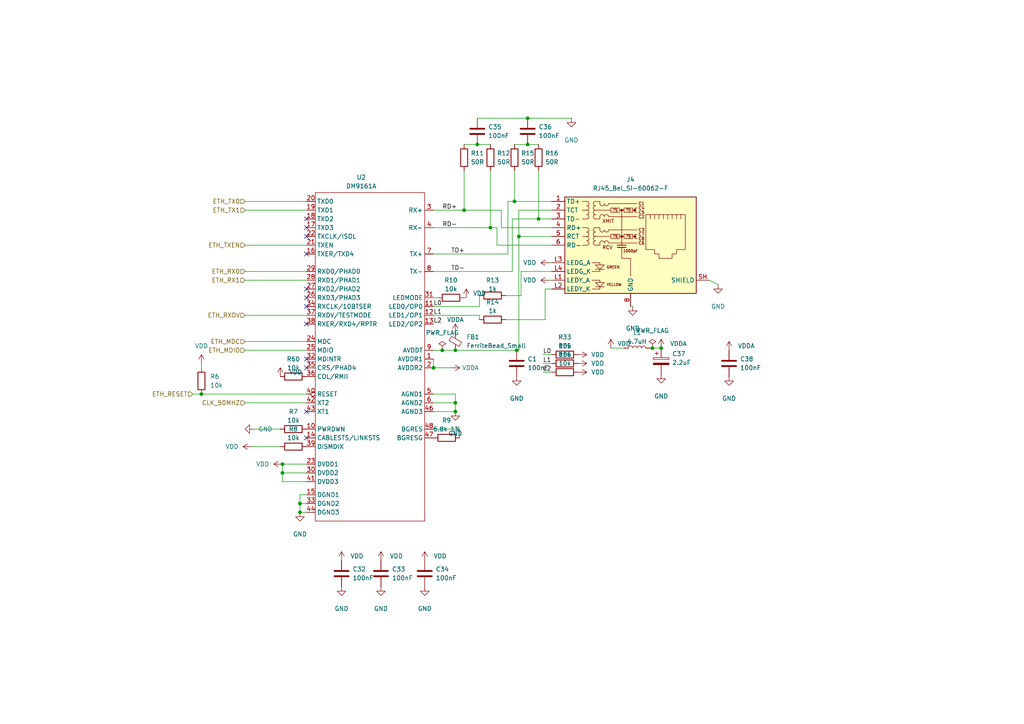
<source format=kicad_sch>
(kicad_sch (version 20211123) (generator eeschema)

  (uuid d34284d2-eab7-418c-a432-51dcbba5ef42)

  (paper "A4")

  (lib_symbols
    (symbol "Connector:RJ45_Bel_SI-60062-F" (in_bom yes) (on_board yes)
      (property "Reference" "J" (id 0) (at 19.05 15.24 0)
        (effects (font (size 1.27 1.27)) (justify right))
      )
      (property "Value" "RJ45_Bel_SI-60062-F" (id 1) (at -19.05 15.24 0)
        (effects (font (size 1.27 1.27)) (justify left))
      )
      (property "Footprint" "Connector_RJ:RJ45_Bel_SI-60062-F" (id 2) (at 0 17.78 0)
        (effects (font (size 1.27 1.27)) hide)
      )
      (property "Datasheet" "https://belfuse.com/resources/drawings/magneticsolutions/dr-mag-si-60062-f.pdf" (id 3) (at 0 20.32 0)
        (effects (font (size 1.27 1.27)) hide)
      )
      (property "ki_keywords" "RJ45 Magjack" (id 4) (at 0 0 0)
        (effects (font (size 1.27 1.27)) hide)
      )
      (property "ki_description" "1 Port RJ45 Magjack Connector Through Hole 10/100 Base-T, AutoMDIX" (id 5) (at 0 0 0)
        (effects (font (size 1.27 1.27)) hide)
      )
      (property "ki_fp_filters" "RJ45*Bel*SI*60062*F*" (id 6) (at 0 0 0)
        (effects (font (size 1.27 1.27)) hide)
      )
      (symbol "RJ45_Bel_SI-60062-F_0_0"
        (circle (center -2.54 2.54) (radius 0.254)
          (stroke (width 0.254) (type default) (color 0 0 0 0))
          (fill (type outline))
        )
        (circle (center -2.54 10.16) (radius 0.254)
          (stroke (width 0.254) (type default) (color 0 0 0 0))
          (fill (type outline))
        )
        (polyline
          (pts
            (xy -7.62 -12.065)
            (xy -10.16 -12.065)
          )
          (stroke (width 0) (type default) (color 0 0 0 0))
          (fill (type none))
        )
        (polyline
          (pts
            (xy -7.62 -6.985)
            (xy -10.16 -6.985)
          )
          (stroke (width 0) (type default) (color 0 0 0 0))
          (fill (type none))
        )
        (polyline
          (pts
            (xy -2.54 10.16)
            (xy -2.54 0)
          )
          (stroke (width 0) (type default) (color 0 0 0 0))
          (fill (type none))
        )
        (polyline
          (pts
            (xy -1.27 -0.635)
            (xy -3.81 -0.635)
          )
          (stroke (width 0.254) (type default) (color 0 0 0 0))
          (fill (type none))
        )
        (polyline
          (pts
            (xy -1.27 0)
            (xy -3.81 0)
          )
          (stroke (width 0.254) (type default) (color 0 0 0 0))
          (fill (type none))
        )
        (polyline
          (pts
            (xy 1.27 2.54)
            (xy 0.635 2.54)
          )
          (stroke (width 0) (type default) (color 0 0 0 0))
          (fill (type none))
        )
        (polyline
          (pts
            (xy 1.27 10.16)
            (xy 0.635 10.16)
          )
          (stroke (width 0) (type default) (color 0 0 0 0))
          (fill (type none))
        )
        (polyline
          (pts
            (xy -11.176 -12.7)
            (xy -8.89 -12.7)
            (xy -8.89 -12.065)
          )
          (stroke (width 0) (type default) (color 0 0 0 0))
          (fill (type none))
        )
        (polyline
          (pts
            (xy -11.176 -10.16)
            (xy -8.89 -10.16)
            (xy -8.89 -10.795)
          )
          (stroke (width 0) (type default) (color 0 0 0 0))
          (fill (type none))
        )
        (polyline
          (pts
            (xy -11.176 -5.08)
            (xy -8.89 -5.08)
            (xy -8.89 -5.715)
          )
          (stroke (width 0) (type default) (color 0 0 0 0))
          (fill (type none))
        )
        (polyline
          (pts
            (xy -8.89 -6.985)
            (xy -8.89 -7.62)
            (xy -11.176 -7.62)
          )
          (stroke (width 0) (type default) (color 0 0 0 0))
          (fill (type none))
        )
        (polyline
          (pts
            (xy -10.16 -5.715)
            (xy -7.62 -5.715)
            (xy -8.89 -6.985)
            (xy -10.16 -5.715)
          )
          (stroke (width 0) (type default) (color 0 0 0 0))
          (fill (type none))
        )
        (polyline
          (pts
            (xy -7.62 -10.795)
            (xy -10.16 -10.795)
            (xy -8.89 -12.065)
            (xy -7.62 -10.795)
          )
          (stroke (width 0) (type default) (color 0 0 0 0))
          (fill (type none))
        )
        (polyline
          (pts
            (xy -2.54 -0.635)
            (xy -2.54 -3.81)
            (xy 0 -3.81)
            (xy 0 -8.89)
          )
          (stroke (width 0) (type default) (color 0 0 0 0))
          (fill (type none))
        )
        (polyline
          (pts
            (xy 1.905 3.175)
            (xy 1.27 3.175)
            (xy 1.27 1.905)
            (xy 1.905 1.905)
          )
          (stroke (width 0) (type default) (color 0 0 0 0))
          (fill (type none))
        )
        (polyline
          (pts
            (xy 1.905 10.795)
            (xy 1.27 10.795)
            (xy 1.27 9.525)
            (xy 1.905 9.525)
          )
          (stroke (width 0) (type default) (color 0 0 0 0))
          (fill (type none))
        )
        (circle (center 1.27 2.54) (radius 0.254)
          (stroke (width 0.254) (type default) (color 0 0 0 0))
          (fill (type outline))
        )
        (circle (center 1.27 10.16) (radius 0.254)
          (stroke (width 0.254) (type default) (color 0 0 0 0))
          (fill (type outline))
        )
        (text "1000pF" (at 0 -1.651 0)
          (effects (font (size 0.762 0.762)))
        )
        (text "75" (at -4.445 2.54 0)
          (effects (font (size 0.762 0.762)))
        )
        (text "75" (at -4.445 10.16 0)
          (effects (font (size 0.762 0.762)))
        )
        (text "75" (at -0.635 2.54 0)
          (effects (font (size 0.762 0.762)))
        )
        (text "75" (at -0.635 10.16 0)
          (effects (font (size 0.762 0.762)))
        )
        (text "C1" (at 3.175 12.065 0)
          (effects (font (size 0.889 0.889)))
        )
        (text "C2" (at 3.175 8.255 0)
          (effects (font (size 0.889 0.889)))
        )
        (text "C3" (at 3.175 4.445 0)
          (effects (font (size 0.889 0.889)))
        )
        (text "C4" (at 3.175 10.795 0)
          (effects (font (size 0.889 0.889)))
        )
        (text "C5" (at 3.175 9.525 0)
          (effects (font (size 0.889 0.889)))
        )
        (text "C6" (at 3.175 0.635 0)
          (effects (font (size 0.889 0.889)))
        )
        (text "C7" (at 3.175 3.175 0)
          (effects (font (size 0.889 0.889)))
        )
        (text "C8" (at 3.175 1.905 0)
          (effects (font (size 0.889 0.889)))
        )
        (text "GREEN" (at -6.985 -6.35 0)
          (effects (font (size 0.762 0.762)) (justify left))
        )
        (text "RCV" (at -8.255 -0.635 0)
          (effects (font (size 1.016 1.016)) (justify left))
        )
        (text "XMIT" (at -8.255 6.985 0)
          (effects (font (size 1.016 1.016)) (justify left))
        )
        (text "YELLOW" (at -6.985 -11.43 0)
          (effects (font (size 0.762 0.762)) (justify left))
        )
      )
      (symbol "RJ45_Bel_SI-60062-F_0_1"
        (rectangle (start -19.05 -13.97) (end 19.05 13.97)
          (stroke (width 0.254) (type default) (color 0 0 0 0))
          (fill (type background))
        )
        (arc (start -12.7 0) (mid -12.065 0.635) (end -12.7 1.27)
          (stroke (width 0) (type default) (color 0 0 0 0))
          (fill (type none))
        )
        (arc (start -12.7 1.27) (mid -12.065 1.905) (end -12.7 2.54)
          (stroke (width 0) (type default) (color 0 0 0 0))
          (fill (type none))
        )
        (arc (start -12.7 2.54) (mid -12.065 3.175) (end -12.7 3.81)
          (stroke (width 0) (type default) (color 0 0 0 0))
          (fill (type none))
        )
        (arc (start -12.7 3.81) (mid -12.065 4.445) (end -12.7 5.08)
          (stroke (width 0) (type default) (color 0 0 0 0))
          (fill (type none))
        )
        (arc (start -12.7 7.62) (mid -12.065 8.255) (end -12.7 8.89)
          (stroke (width 0) (type default) (color 0 0 0 0))
          (fill (type none))
        )
        (arc (start -12.7 8.89) (mid -12.065 9.525) (end -12.7 10.16)
          (stroke (width 0) (type default) (color 0 0 0 0))
          (fill (type none))
        )
        (arc (start -12.7 10.16) (mid -12.065 10.795) (end -12.7 11.43)
          (stroke (width 0) (type default) (color 0 0 0 0))
          (fill (type none))
        )
        (arc (start -12.7 11.43) (mid -12.065 12.065) (end -12.7 12.7)
          (stroke (width 0) (type default) (color 0 0 0 0))
          (fill (type none))
        )
        (arc (start -10.16 1.27) (mid -10.795 0.635) (end -10.16 0)
          (stroke (width 0) (type default) (color 0 0 0 0))
          (fill (type none))
        )
        (arc (start -10.16 2.54) (mid -10.795 1.905) (end -10.16 1.27)
          (stroke (width 0) (type default) (color 0 0 0 0))
          (fill (type none))
        )
        (arc (start -10.16 3.81) (mid -10.795 3.175) (end -10.16 2.54)
          (stroke (width 0) (type default) (color 0 0 0 0))
          (fill (type none))
        )
        (arc (start -10.16 5.08) (mid -10.795 4.445) (end -10.16 3.81)
          (stroke (width 0) (type default) (color 0 0 0 0))
          (fill (type none))
        )
        (arc (start -10.16 8.89) (mid -10.795 8.255) (end -10.16 7.62)
          (stroke (width 0) (type default) (color 0 0 0 0))
          (fill (type none))
        )
        (arc (start -10.16 10.16) (mid -10.795 9.525) (end -10.16 8.89)
          (stroke (width 0) (type default) (color 0 0 0 0))
          (fill (type none))
        )
        (arc (start -10.16 11.43) (mid -10.795 10.795) (end -10.16 10.16)
          (stroke (width 0) (type default) (color 0 0 0 0))
          (fill (type none))
        )
        (arc (start -10.16 12.7) (mid -10.795 12.065) (end -10.16 11.43)
          (stroke (width 0) (type default) (color 0 0 0 0))
          (fill (type none))
        )
        (arc (start -8.89 4.445) (mid -8.255 3.81) (end -7.62 4.445)
          (stroke (width 0) (type default) (color 0 0 0 0))
          (fill (type none))
        )
        (arc (start -8.89 12.065) (mid -8.255 11.43) (end -7.62 12.065)
          (stroke (width 0) (type default) (color 0 0 0 0))
          (fill (type none))
        )
        (arc (start -7.62 0.635) (mid -8.255 1.27) (end -8.89 0.635)
          (stroke (width 0) (type default) (color 0 0 0 0))
          (fill (type none))
        )
        (arc (start -7.62 4.445) (mid -6.985 3.81) (end -6.35 4.445)
          (stroke (width 0) (type default) (color 0 0 0 0))
          (fill (type none))
        )
        (arc (start -7.62 8.255) (mid -8.255 8.89) (end -8.89 8.255)
          (stroke (width 0) (type default) (color 0 0 0 0))
          (fill (type none))
        )
        (arc (start -7.62 12.065) (mid -6.985 11.43) (end -6.35 12.065)
          (stroke (width 0) (type default) (color 0 0 0 0))
          (fill (type none))
        )
        (arc (start -6.35 0.635) (mid -6.985 1.27) (end -7.62 0.635)
          (stroke (width 0) (type default) (color 0 0 0 0))
          (fill (type none))
        )
        (arc (start -6.35 8.255) (mid -6.985 8.89) (end -7.62 8.255)
          (stroke (width 0) (type default) (color 0 0 0 0))
          (fill (type none))
        )
        (rectangle (start -5.715 3.175) (end -3.175 1.905)
          (stroke (width 0) (type default) (color 0 0 0 0))
          (fill (type none))
        )
        (rectangle (start -5.715 10.795) (end -3.175 9.525)
          (stroke (width 0) (type default) (color 0 0 0 0))
          (fill (type none))
        )
        (rectangle (start -1.905 3.175) (end 0.635 1.905)
          (stroke (width 0) (type default) (color 0 0 0 0))
          (fill (type none))
        )
        (rectangle (start -1.905 10.795) (end 0.635 9.525)
          (stroke (width 0) (type default) (color 0 0 0 0))
          (fill (type none))
        )
        (polyline
          (pts
            (xy -12.7 0)
            (xy -13.97 0)
          )
          (stroke (width 0) (type default) (color 0 0 0 0))
          (fill (type none))
        )
        (polyline
          (pts
            (xy -12.7 2.54)
            (xy -13.97 2.54)
          )
          (stroke (width 0) (type default) (color 0 0 0 0))
          (fill (type none))
        )
        (polyline
          (pts
            (xy -12.7 5.08)
            (xy -13.97 5.08)
          )
          (stroke (width 0) (type default) (color 0 0 0 0))
          (fill (type none))
        )
        (polyline
          (pts
            (xy -12.7 7.62)
            (xy -13.97 7.62)
          )
          (stroke (width 0) (type default) (color 0 0 0 0))
          (fill (type none))
        )
        (polyline
          (pts
            (xy -12.7 10.16)
            (xy -13.97 10.16)
          )
          (stroke (width 0) (type default) (color 0 0 0 0))
          (fill (type none))
        )
        (polyline
          (pts
            (xy -12.7 12.7)
            (xy -13.97 12.7)
          )
          (stroke (width 0) (type default) (color 0 0 0 0))
          (fill (type none))
        )
        (polyline
          (pts
            (xy -6.35 0.635)
            (xy 1.905 0.635)
          )
          (stroke (width 0) (type default) (color 0 0 0 0))
          (fill (type none))
        )
        (polyline
          (pts
            (xy -6.35 4.445)
            (xy 1.905 4.445)
          )
          (stroke (width 0) (type default) (color 0 0 0 0))
          (fill (type none))
        )
        (polyline
          (pts
            (xy -6.35 8.255)
            (xy 1.905 8.255)
          )
          (stroke (width 0) (type default) (color 0 0 0 0))
          (fill (type none))
        )
        (polyline
          (pts
            (xy -6.35 12.065)
            (xy 1.905 12.065)
          )
          (stroke (width 0) (type default) (color 0 0 0 0))
          (fill (type none))
        )
        (polyline
          (pts
            (xy -5.715 2.54)
            (xy -10.16 2.54)
          )
          (stroke (width 0) (type default) (color 0 0 0 0))
          (fill (type none))
        )
        (polyline
          (pts
            (xy -5.715 10.16)
            (xy -10.16 10.16)
          )
          (stroke (width 0) (type default) (color 0 0 0 0))
          (fill (type none))
        )
        (polyline
          (pts
            (xy -3.175 2.54)
            (xy -1.905 2.54)
          )
          (stroke (width 0) (type default) (color 0 0 0 0))
          (fill (type none))
        )
        (polyline
          (pts
            (xy -3.175 10.16)
            (xy -1.905 10.16)
          )
          (stroke (width 0) (type default) (color 0 0 0 0))
          (fill (type none))
        )
        (polyline
          (pts
            (xy 5.715 7.62)
            (xy 5.715 8.89)
          )
          (stroke (width 0) (type default) (color 0 0 0 0))
          (fill (type none))
        )
        (polyline
          (pts
            (xy 6.985 8.89)
            (xy 6.985 7.62)
          )
          (stroke (width 0) (type default) (color 0 0 0 0))
          (fill (type none))
        )
        (polyline
          (pts
            (xy 8.255 8.89)
            (xy 8.255 7.62)
          )
          (stroke (width 0) (type default) (color 0 0 0 0))
          (fill (type none))
        )
        (polyline
          (pts
            (xy 9.525 8.89)
            (xy 9.525 7.62)
          )
          (stroke (width 0) (type default) (color 0 0 0 0))
          (fill (type none))
        )
        (polyline
          (pts
            (xy 10.795 8.89)
            (xy 10.795 7.62)
          )
          (stroke (width 0) (type default) (color 0 0 0 0))
          (fill (type none))
        )
        (polyline
          (pts
            (xy 12.065 8.89)
            (xy 12.065 7.62)
          )
          (stroke (width 0) (type default) (color 0 0 0 0))
          (fill (type none))
        )
        (polyline
          (pts
            (xy 13.335 7.62)
            (xy 13.335 8.89)
          )
          (stroke (width 0) (type default) (color 0 0 0 0))
          (fill (type none))
        )
        (polyline
          (pts
            (xy 14.605 7.62)
            (xy 14.605 8.89)
          )
          (stroke (width 0) (type default) (color 0 0 0 0))
          (fill (type none))
        )
        (polyline
          (pts
            (xy -10.16 5.08)
            (xy -8.89 5.08)
            (xy -8.89 4.445)
          )
          (stroke (width 0) (type default) (color 0 0 0 0))
          (fill (type none))
        )
        (polyline
          (pts
            (xy -10.16 12.7)
            (xy -8.89 12.7)
            (xy -8.89 12.065)
          )
          (stroke (width 0) (type default) (color 0 0 0 0))
          (fill (type none))
        )
        (polyline
          (pts
            (xy -8.89 0.635)
            (xy -8.89 0)
            (xy -10.16 0)
          )
          (stroke (width 0) (type default) (color 0 0 0 0))
          (fill (type none))
        )
        (polyline
          (pts
            (xy -8.89 8.255)
            (xy -8.89 7.62)
            (xy -10.16 7.62)
          )
          (stroke (width 0) (type default) (color 0 0 0 0))
          (fill (type none))
        )
        (polyline
          (pts
            (xy 4.445 8.89)
            (xy 15.875 8.89)
            (xy 15.875 -1.27)
            (xy 13.335 -1.27)
            (xy 13.335 -2.54)
            (xy 12.065 -2.54)
            (xy 12.065 -3.81)
            (xy 8.255 -3.81)
            (xy 8.255 -2.54)
            (xy 6.985 -2.54)
            (xy 6.985 -1.27)
            (xy 4.445 -1.27)
            (xy 4.445 8.89)
          )
          (stroke (width 0) (type default) (color 0 0 0 0))
          (fill (type none))
        )
      )
      (symbol "RJ45_Bel_SI-60062-F_1_1"
        (pin passive line (at -22.86 12.7 0) (length 3.81)
          (name "TD+" (effects (font (size 1.27 1.27))))
          (number "1" (effects (font (size 1.27 1.27))))
        )
        (pin passive line (at -22.86 10.16 0) (length 3.81)
          (name "TCT" (effects (font (size 1.27 1.27))))
          (number "2" (effects (font (size 1.27 1.27))))
        )
        (pin passive line (at -22.86 7.62 0) (length 3.81)
          (name "TD-" (effects (font (size 1.27 1.27))))
          (number "3" (effects (font (size 1.27 1.27))))
        )
        (pin passive line (at -22.86 5.08 0) (length 3.81)
          (name "RD+" (effects (font (size 1.27 1.27))))
          (number "4" (effects (font (size 1.27 1.27))))
        )
        (pin passive line (at -22.86 2.54 0) (length 3.81)
          (name "RCT" (effects (font (size 1.27 1.27))))
          (number "5" (effects (font (size 1.27 1.27))))
        )
        (pin passive line (at -22.86 0 0) (length 3.81)
          (name "RD-" (effects (font (size 1.27 1.27))))
          (number "6" (effects (font (size 1.27 1.27))))
        )
        (pin no_connect line (at 5.08 -5.08 0) (length 0) hide
          (name "NC" (effects (font (size 1.27 1.27))))
          (number "7" (effects (font (size 1.27 1.27))))
        )
        (pin power_in line (at 0 -17.78 90) (length 3.81)
          (name "GND" (effects (font (size 1.27 1.27))))
          (number "8" (effects (font (size 1.27 1.27))))
        )
        (pin passive line (at -22.86 -10.16 0) (length 3.81)
          (name "LEDY_A" (effects (font (size 1.27 1.27))))
          (number "L1" (effects (font (size 1.27 1.27))))
        )
        (pin passive line (at -22.86 -12.7 0) (length 3.81)
          (name "LEDY_K" (effects (font (size 1.27 1.27))))
          (number "L2" (effects (font (size 1.27 1.27))))
        )
        (pin passive line (at -22.86 -5.08 0) (length 3.81)
          (name "LEDG_A" (effects (font (size 1.27 1.27))))
          (number "L3" (effects (font (size 1.27 1.27))))
        )
        (pin passive line (at -22.86 -7.62 0) (length 3.81)
          (name "LEDG_K" (effects (font (size 1.27 1.27))))
          (number "L4" (effects (font (size 1.27 1.27))))
        )
        (pin passive line (at 22.86 -10.16 180) (length 3.81)
          (name "SHIELD" (effects (font (size 1.27 1.27))))
          (number "SH" (effects (font (size 1.27 1.27))))
        )
      )
    )
    (symbol "Device:C" (pin_numbers hide) (pin_names (offset 0.254)) (in_bom yes) (on_board yes)
      (property "Reference" "C" (id 0) (at 0.635 2.54 0)
        (effects (font (size 1.27 1.27)) (justify left))
      )
      (property "Value" "C" (id 1) (at 0.635 -2.54 0)
        (effects (font (size 1.27 1.27)) (justify left))
      )
      (property "Footprint" "" (id 2) (at 0.9652 -3.81 0)
        (effects (font (size 1.27 1.27)) hide)
      )
      (property "Datasheet" "~" (id 3) (at 0 0 0)
        (effects (font (size 1.27 1.27)) hide)
      )
      (property "ki_keywords" "cap capacitor" (id 4) (at 0 0 0)
        (effects (font (size 1.27 1.27)) hide)
      )
      (property "ki_description" "Unpolarized capacitor" (id 5) (at 0 0 0)
        (effects (font (size 1.27 1.27)) hide)
      )
      (property "ki_fp_filters" "C_*" (id 6) (at 0 0 0)
        (effects (font (size 1.27 1.27)) hide)
      )
      (symbol "C_0_1"
        (polyline
          (pts
            (xy -2.032 -0.762)
            (xy 2.032 -0.762)
          )
          (stroke (width 0.508) (type default) (color 0 0 0 0))
          (fill (type none))
        )
        (polyline
          (pts
            (xy -2.032 0.762)
            (xy 2.032 0.762)
          )
          (stroke (width 0.508) (type default) (color 0 0 0 0))
          (fill (type none))
        )
      )
      (symbol "C_1_1"
        (pin passive line (at 0 3.81 270) (length 2.794)
          (name "~" (effects (font (size 1.27 1.27))))
          (number "1" (effects (font (size 1.27 1.27))))
        )
        (pin passive line (at 0 -3.81 90) (length 2.794)
          (name "~" (effects (font (size 1.27 1.27))))
          (number "2" (effects (font (size 1.27 1.27))))
        )
      )
    )
    (symbol "Device:C_Polarized" (pin_numbers hide) (pin_names (offset 0.254)) (in_bom yes) (on_board yes)
      (property "Reference" "C" (id 0) (at 0.635 2.54 0)
        (effects (font (size 1.27 1.27)) (justify left))
      )
      (property "Value" "C_Polarized" (id 1) (at 0.635 -2.54 0)
        (effects (font (size 1.27 1.27)) (justify left))
      )
      (property "Footprint" "" (id 2) (at 0.9652 -3.81 0)
        (effects (font (size 1.27 1.27)) hide)
      )
      (property "Datasheet" "~" (id 3) (at 0 0 0)
        (effects (font (size 1.27 1.27)) hide)
      )
      (property "ki_keywords" "cap capacitor" (id 4) (at 0 0 0)
        (effects (font (size 1.27 1.27)) hide)
      )
      (property "ki_description" "Polarized capacitor" (id 5) (at 0 0 0)
        (effects (font (size 1.27 1.27)) hide)
      )
      (property "ki_fp_filters" "CP_*" (id 6) (at 0 0 0)
        (effects (font (size 1.27 1.27)) hide)
      )
      (symbol "C_Polarized_0_1"
        (rectangle (start -2.286 0.508) (end 2.286 1.016)
          (stroke (width 0) (type default) (color 0 0 0 0))
          (fill (type none))
        )
        (polyline
          (pts
            (xy -1.778 2.286)
            (xy -0.762 2.286)
          )
          (stroke (width 0) (type default) (color 0 0 0 0))
          (fill (type none))
        )
        (polyline
          (pts
            (xy -1.27 2.794)
            (xy -1.27 1.778)
          )
          (stroke (width 0) (type default) (color 0 0 0 0))
          (fill (type none))
        )
        (rectangle (start 2.286 -0.508) (end -2.286 -1.016)
          (stroke (width 0) (type default) (color 0 0 0 0))
          (fill (type outline))
        )
      )
      (symbol "C_Polarized_1_1"
        (pin passive line (at 0 3.81 270) (length 2.794)
          (name "~" (effects (font (size 1.27 1.27))))
          (number "1" (effects (font (size 1.27 1.27))))
        )
        (pin passive line (at 0 -3.81 90) (length 2.794)
          (name "~" (effects (font (size 1.27 1.27))))
          (number "2" (effects (font (size 1.27 1.27))))
        )
      )
    )
    (symbol "Device:FerriteBead_Small" (pin_numbers hide) (pin_names (offset 0)) (in_bom yes) (on_board yes)
      (property "Reference" "FB" (id 0) (at 1.905 1.27 0)
        (effects (font (size 1.27 1.27)) (justify left))
      )
      (property "Value" "FerriteBead_Small" (id 1) (at 1.905 -1.27 0)
        (effects (font (size 1.27 1.27)) (justify left))
      )
      (property "Footprint" "" (id 2) (at -1.778 0 90)
        (effects (font (size 1.27 1.27)) hide)
      )
      (property "Datasheet" "~" (id 3) (at 0 0 0)
        (effects (font (size 1.27 1.27)) hide)
      )
      (property "ki_keywords" "L ferrite bead inductor filter" (id 4) (at 0 0 0)
        (effects (font (size 1.27 1.27)) hide)
      )
      (property "ki_description" "Ferrite bead, small symbol" (id 5) (at 0 0 0)
        (effects (font (size 1.27 1.27)) hide)
      )
      (property "ki_fp_filters" "Inductor_* L_* *Ferrite*" (id 6) (at 0 0 0)
        (effects (font (size 1.27 1.27)) hide)
      )
      (symbol "FerriteBead_Small_0_1"
        (polyline
          (pts
            (xy 0 -1.27)
            (xy 0 -0.7874)
          )
          (stroke (width 0) (type default) (color 0 0 0 0))
          (fill (type none))
        )
        (polyline
          (pts
            (xy 0 0.889)
            (xy 0 1.2954)
          )
          (stroke (width 0) (type default) (color 0 0 0 0))
          (fill (type none))
        )
        (polyline
          (pts
            (xy -1.8288 0.2794)
            (xy -1.1176 1.4986)
            (xy 1.8288 -0.2032)
            (xy 1.1176 -1.4224)
            (xy -1.8288 0.2794)
          )
          (stroke (width 0) (type default) (color 0 0 0 0))
          (fill (type none))
        )
      )
      (symbol "FerriteBead_Small_1_1"
        (pin passive line (at 0 2.54 270) (length 1.27)
          (name "~" (effects (font (size 1.27 1.27))))
          (number "1" (effects (font (size 1.27 1.27))))
        )
        (pin passive line (at 0 -2.54 90) (length 1.27)
          (name "~" (effects (font (size 1.27 1.27))))
          (number "2" (effects (font (size 1.27 1.27))))
        )
      )
    )
    (symbol "Device:L" (pin_numbers hide) (pin_names (offset 1.016) hide) (in_bom yes) (on_board yes)
      (property "Reference" "L" (id 0) (at -1.27 0 90)
        (effects (font (size 1.27 1.27)))
      )
      (property "Value" "L" (id 1) (at 1.905 0 90)
        (effects (font (size 1.27 1.27)))
      )
      (property "Footprint" "" (id 2) (at 0 0 0)
        (effects (font (size 1.27 1.27)) hide)
      )
      (property "Datasheet" "~" (id 3) (at 0 0 0)
        (effects (font (size 1.27 1.27)) hide)
      )
      (property "ki_keywords" "inductor choke coil reactor magnetic" (id 4) (at 0 0 0)
        (effects (font (size 1.27 1.27)) hide)
      )
      (property "ki_description" "Inductor" (id 5) (at 0 0 0)
        (effects (font (size 1.27 1.27)) hide)
      )
      (property "ki_fp_filters" "Choke_* *Coil* Inductor_* L_*" (id 6) (at 0 0 0)
        (effects (font (size 1.27 1.27)) hide)
      )
      (symbol "L_0_1"
        (arc (start 0 -2.54) (mid 0.635 -1.905) (end 0 -1.27)
          (stroke (width 0) (type default) (color 0 0 0 0))
          (fill (type none))
        )
        (arc (start 0 -1.27) (mid 0.635 -0.635) (end 0 0)
          (stroke (width 0) (type default) (color 0 0 0 0))
          (fill (type none))
        )
        (arc (start 0 0) (mid 0.635 0.635) (end 0 1.27)
          (stroke (width 0) (type default) (color 0 0 0 0))
          (fill (type none))
        )
        (arc (start 0 1.27) (mid 0.635 1.905) (end 0 2.54)
          (stroke (width 0) (type default) (color 0 0 0 0))
          (fill (type none))
        )
      )
      (symbol "L_1_1"
        (pin passive line (at 0 3.81 270) (length 1.27)
          (name "1" (effects (font (size 1.27 1.27))))
          (number "1" (effects (font (size 1.27 1.27))))
        )
        (pin passive line (at 0 -3.81 90) (length 1.27)
          (name "2" (effects (font (size 1.27 1.27))))
          (number "2" (effects (font (size 1.27 1.27))))
        )
      )
    )
    (symbol "Device:R" (pin_numbers hide) (pin_names (offset 0)) (in_bom yes) (on_board yes)
      (property "Reference" "R" (id 0) (at 2.032 0 90)
        (effects (font (size 1.27 1.27)))
      )
      (property "Value" "R" (id 1) (at 0 0 90)
        (effects (font (size 1.27 1.27)))
      )
      (property "Footprint" "" (id 2) (at -1.778 0 90)
        (effects (font (size 1.27 1.27)) hide)
      )
      (property "Datasheet" "~" (id 3) (at 0 0 0)
        (effects (font (size 1.27 1.27)) hide)
      )
      (property "ki_keywords" "R res resistor" (id 4) (at 0 0 0)
        (effects (font (size 1.27 1.27)) hide)
      )
      (property "ki_description" "Resistor" (id 5) (at 0 0 0)
        (effects (font (size 1.27 1.27)) hide)
      )
      (property "ki_fp_filters" "R_*" (id 6) (at 0 0 0)
        (effects (font (size 1.27 1.27)) hide)
      )
      (symbol "R_0_1"
        (rectangle (start -1.016 -2.54) (end 1.016 2.54)
          (stroke (width 0.254) (type default) (color 0 0 0 0))
          (fill (type none))
        )
      )
      (symbol "R_1_1"
        (pin passive line (at 0 3.81 270) (length 1.27)
          (name "~" (effects (font (size 1.27 1.27))))
          (number "1" (effects (font (size 1.27 1.27))))
        )
        (pin passive line (at 0 -3.81 90) (length 1.27)
          (name "~" (effects (font (size 1.27 1.27))))
          (number "2" (effects (font (size 1.27 1.27))))
        )
      )
    )
    (symbol "moje:DM9161A" (in_bom yes) (on_board yes)
      (property "Reference" "U" (id 0) (at 0 -1.27 0)
        (effects (font (size 1.27 1.27)))
      )
      (property "Value" "DM9161A" (id 1) (at 7.62 1.27 0)
        (effects (font (size 1.27 1.27)))
      )
      (property "Footprint" "Package_QFP:LQFP-48_7x7mm_P0.5mm" (id 2) (at 0 -1.27 0)
        (effects (font (size 1.27 1.27)) hide)
      )
      (property "Datasheet" "" (id 3) (at 0 -1.27 0)
        (effects (font (size 1.27 1.27)) hide)
      )
      (symbol "DM9161A_0_1"
        (polyline
          (pts
            (xy -13.97 46.99)
            (xy 17.78 46.99)
            (xy 17.78 -48.26)
            (xy -13.97 -48.26)
            (xy -13.97 46.99)
          )
          (stroke (width 0) (type default) (color 0 0 0 0))
          (fill (type none))
        )
      )
      (symbol "DM9161A_1_1"
        (pin power_in line (at 20.32 -1.27 180) (length 2.54)
          (name "AVDDR1" (effects (font (size 1.27 1.27))))
          (number "1" (effects (font (size 1.27 1.27))))
        )
        (pin bidirectional line (at -16.51 -21.59 0) (length 2.54)
          (name "PWRDWN" (effects (font (size 1.27 1.27))))
          (number "10" (effects (font (size 1.27 1.27))))
        )
        (pin bidirectional line (at 20.32 13.97 180) (length 2.54)
          (name "LED0/OP0" (effects (font (size 1.27 1.27))))
          (number "11" (effects (font (size 1.27 1.27))))
        )
        (pin bidirectional line (at 20.32 11.43 180) (length 2.54)
          (name "LED1/OP1" (effects (font (size 1.27 1.27))))
          (number "12" (effects (font (size 1.27 1.27))))
        )
        (pin bidirectional line (at 20.32 8.89 180) (length 2.54)
          (name "LED2/OP2" (effects (font (size 1.27 1.27))))
          (number "13" (effects (font (size 1.27 1.27))))
        )
        (pin bidirectional line (at -16.51 -24.13 0) (length 2.54)
          (name "CABLESTS/LINKSTS" (effects (font (size 1.27 1.27))))
          (number "14" (effects (font (size 1.27 1.27))))
        )
        (pin power_in line (at -16.51 -40.64 0) (length 2.54)
          (name "DGND1" (effects (font (size 1.27 1.27))))
          (number "15" (effects (font (size 1.27 1.27))))
        )
        (pin input line (at -16.51 29.21 0) (length 2.54)
          (name "TXER/TXD4" (effects (font (size 1.27 1.27))))
          (number "16" (effects (font (size 1.27 1.27))))
        )
        (pin input line (at -16.51 36.83 0) (length 2.54)
          (name "TXD3" (effects (font (size 1.27 1.27))))
          (number "17" (effects (font (size 1.27 1.27))))
        )
        (pin input line (at -16.51 39.37 0) (length 2.54)
          (name "TXD2" (effects (font (size 1.27 1.27))))
          (number "18" (effects (font (size 1.27 1.27))))
        )
        (pin input line (at -16.51 41.91 0) (length 2.54)
          (name "TXD1" (effects (font (size 1.27 1.27))))
          (number "19" (effects (font (size 1.27 1.27))))
        )
        (pin power_in line (at 20.32 -3.81 180) (length 2.54)
          (name "AVDDR2" (effects (font (size 1.27 1.27))))
          (number "2" (effects (font (size 1.27 1.27))))
        )
        (pin input line (at -16.51 44.45 0) (length 2.54)
          (name "TXD0" (effects (font (size 1.27 1.27))))
          (number "20" (effects (font (size 1.27 1.27))))
        )
        (pin input line (at -16.51 31.75 0) (length 2.54)
          (name "TXEN" (effects (font (size 1.27 1.27))))
          (number "21" (effects (font (size 1.27 1.27))))
        )
        (pin input line (at -16.51 34.29 0) (length 2.54)
          (name "TXCLK/ISOL" (effects (font (size 1.27 1.27))))
          (number "22" (effects (font (size 1.27 1.27))))
        )
        (pin power_in line (at -16.51 -31.75 0) (length 2.54)
          (name "DVDD1" (effects (font (size 1.27 1.27))))
          (number "23" (effects (font (size 1.27 1.27))))
        )
        (pin bidirectional line (at -16.51 3.81 0) (length 2.54)
          (name "MDC" (effects (font (size 1.27 1.27))))
          (number "24" (effects (font (size 1.27 1.27))))
        )
        (pin bidirectional line (at -16.51 1.27 0) (length 2.54)
          (name "MDIO" (effects (font (size 1.27 1.27))))
          (number "25" (effects (font (size 1.27 1.27))))
        )
        (pin output line (at -16.51 16.51 0) (length 2.54)
          (name "RXD3/PHAD3" (effects (font (size 1.27 1.27))))
          (number "26" (effects (font (size 1.27 1.27))))
        )
        (pin output line (at -16.51 19.05 0) (length 2.54)
          (name "RXD2/PHAD2" (effects (font (size 1.27 1.27))))
          (number "27" (effects (font (size 1.27 1.27))))
        )
        (pin output line (at -16.51 21.59 0) (length 2.54)
          (name "RXD1/PHAD1" (effects (font (size 1.27 1.27))))
          (number "28" (effects (font (size 1.27 1.27))))
        )
        (pin output line (at -16.51 24.13 0) (length 2.54)
          (name "RXD0/PHAD0" (effects (font (size 1.27 1.27))))
          (number "29" (effects (font (size 1.27 1.27))))
        )
        (pin bidirectional line (at 20.32 41.91 180) (length 2.54)
          (name "RX+" (effects (font (size 1.27 1.27))))
          (number "3" (effects (font (size 1.27 1.27))))
        )
        (pin power_in line (at -16.51 -34.29 0) (length 2.54)
          (name "DVDD2" (effects (font (size 1.27 1.27))))
          (number "30" (effects (font (size 1.27 1.27))))
        )
        (pin bidirectional line (at 20.32 16.51 180) (length 2.54)
          (name "LEDMODE" (effects (font (size 1.27 1.27))))
          (number "31" (effects (font (size 1.27 1.27))))
        )
        (pin bidirectional line (at -16.51 -1.27 0) (length 2.54)
          (name "MDINTR" (effects (font (size 1.27 1.27))))
          (number "32" (effects (font (size 1.27 1.27))))
        )
        (pin power_in line (at -16.51 -43.18 0) (length 2.54)
          (name "DGND2" (effects (font (size 1.27 1.27))))
          (number "33" (effects (font (size 1.27 1.27))))
        )
        (pin input line (at -16.51 13.97 0) (length 2.54)
          (name "RXCLK/10BTSER" (effects (font (size 1.27 1.27))))
          (number "34" (effects (font (size 1.27 1.27))))
        )
        (pin bidirectional line (at -16.51 -3.81 0) (length 2.54)
          (name "CRS/PHAD4" (effects (font (size 1.27 1.27))))
          (number "35" (effects (font (size 1.27 1.27))))
        )
        (pin bidirectional line (at -16.51 -6.35 0) (length 2.54)
          (name "COL/RMII" (effects (font (size 1.27 1.27))))
          (number "36" (effects (font (size 1.27 1.27))))
        )
        (pin input line (at -16.51 11.43 0) (length 2.54)
          (name "RXDV/TESTMODE" (effects (font (size 1.27 1.27))))
          (number "37" (effects (font (size 1.27 1.27))))
        )
        (pin output line (at -16.51 8.89 0) (length 2.54)
          (name "RXER/RXD4/RPTR" (effects (font (size 1.27 1.27))))
          (number "38" (effects (font (size 1.27 1.27))))
        )
        (pin bidirectional line (at -16.51 -26.67 0) (length 2.54)
          (name "DISMDIX" (effects (font (size 1.27 1.27))))
          (number "39" (effects (font (size 1.27 1.27))))
        )
        (pin bidirectional line (at 20.32 36.83 180) (length 2.54)
          (name "RX-" (effects (font (size 1.27 1.27))))
          (number "4" (effects (font (size 1.27 1.27))))
        )
        (pin bidirectional inverted (at -16.51 -11.43 0) (length 2.54)
          (name "RESET" (effects (font (size 1.27 1.27))))
          (number "40" (effects (font (size 1.27 1.27))))
        )
        (pin power_in line (at -16.51 -36.83 0) (length 2.54)
          (name "DVDD3" (effects (font (size 1.27 1.27))))
          (number "41" (effects (font (size 1.27 1.27))))
        )
        (pin bidirectional line (at -16.51 -13.97 0) (length 2.54)
          (name "XT2" (effects (font (size 1.27 1.27))))
          (number "42" (effects (font (size 1.27 1.27))))
        )
        (pin bidirectional line (at -16.51 -16.51 0) (length 2.54)
          (name "XT1" (effects (font (size 1.27 1.27))))
          (number "43" (effects (font (size 1.27 1.27))))
        )
        (pin power_in line (at -16.51 -45.72 0) (length 2.54)
          (name "DGND3" (effects (font (size 1.27 1.27))))
          (number "44" (effects (font (size 1.27 1.27))))
        )
        (pin power_in line (at 20.32 -16.51 180) (length 2.54)
          (name "AGND3" (effects (font (size 1.27 1.27))))
          (number "46" (effects (font (size 1.27 1.27))))
        )
        (pin passive line (at 20.32 -24.13 180) (length 2.54)
          (name "BGRESG" (effects (font (size 1.27 1.27))))
          (number "47" (effects (font (size 1.27 1.27))))
        )
        (pin passive line (at 20.32 -21.59 180) (length 2.54)
          (name "BGRES" (effects (font (size 1.27 1.27))))
          (number "48" (effects (font (size 1.27 1.27))))
        )
        (pin power_in line (at 20.32 -11.43 180) (length 2.54)
          (name "AGND1" (effects (font (size 1.27 1.27))))
          (number "5" (effects (font (size 1.27 1.27))))
        )
        (pin power_in line (at 20.32 -13.97 180) (length 2.54)
          (name "AGND2" (effects (font (size 1.27 1.27))))
          (number "6" (effects (font (size 1.27 1.27))))
        )
        (pin bidirectional line (at 20.32 29.21 180) (length 2.54)
          (name "TX+" (effects (font (size 1.27 1.27))))
          (number "7" (effects (font (size 1.27 1.27))))
        )
        (pin bidirectional line (at 20.32 24.13 180) (length 2.54)
          (name "TX-" (effects (font (size 1.27 1.27))))
          (number "8" (effects (font (size 1.27 1.27))))
        )
        (pin power_in line (at 20.32 1.27 180) (length 2.54)
          (name "AVDDT" (effects (font (size 1.27 1.27))))
          (number "9" (effects (font (size 1.27 1.27))))
        )
      )
    )
    (symbol "power:GND" (power) (pin_names (offset 0)) (in_bom yes) (on_board yes)
      (property "Reference" "#PWR" (id 0) (at 0 -6.35 0)
        (effects (font (size 1.27 1.27)) hide)
      )
      (property "Value" "GND" (id 1) (at 0 -3.81 0)
        (effects (font (size 1.27 1.27)))
      )
      (property "Footprint" "" (id 2) (at 0 0 0)
        (effects (font (size 1.27 1.27)) hide)
      )
      (property "Datasheet" "" (id 3) (at 0 0 0)
        (effects (font (size 1.27 1.27)) hide)
      )
      (property "ki_keywords" "global power" (id 4) (at 0 0 0)
        (effects (font (size 1.27 1.27)) hide)
      )
      (property "ki_description" "Power symbol creates a global label with name \"GND\" , ground" (id 5) (at 0 0 0)
        (effects (font (size 1.27 1.27)) hide)
      )
      (symbol "GND_0_1"
        (polyline
          (pts
            (xy 0 0)
            (xy 0 -1.27)
            (xy 1.27 -1.27)
            (xy 0 -2.54)
            (xy -1.27 -1.27)
            (xy 0 -1.27)
          )
          (stroke (width 0) (type default) (color 0 0 0 0))
          (fill (type none))
        )
      )
      (symbol "GND_1_1"
        (pin power_in line (at 0 0 270) (length 0) hide
          (name "GND" (effects (font (size 1.27 1.27))))
          (number "1" (effects (font (size 1.27 1.27))))
        )
      )
    )
    (symbol "power:PWR_FLAG" (power) (pin_numbers hide) (pin_names (offset 0) hide) (in_bom yes) (on_board yes)
      (property "Reference" "#FLG" (id 0) (at 0 1.905 0)
        (effects (font (size 1.27 1.27)) hide)
      )
      (property "Value" "PWR_FLAG" (id 1) (at 0 3.81 0)
        (effects (font (size 1.27 1.27)))
      )
      (property "Footprint" "" (id 2) (at 0 0 0)
        (effects (font (size 1.27 1.27)) hide)
      )
      (property "Datasheet" "~" (id 3) (at 0 0 0)
        (effects (font (size 1.27 1.27)) hide)
      )
      (property "ki_keywords" "flag power" (id 4) (at 0 0 0)
        (effects (font (size 1.27 1.27)) hide)
      )
      (property "ki_description" "Special symbol for telling ERC where power comes from" (id 5) (at 0 0 0)
        (effects (font (size 1.27 1.27)) hide)
      )
      (symbol "PWR_FLAG_0_0"
        (pin power_out line (at 0 0 90) (length 0)
          (name "pwr" (effects (font (size 1.27 1.27))))
          (number "1" (effects (font (size 1.27 1.27))))
        )
      )
      (symbol "PWR_FLAG_0_1"
        (polyline
          (pts
            (xy 0 0)
            (xy 0 1.27)
            (xy -1.016 1.905)
            (xy 0 2.54)
            (xy 1.016 1.905)
            (xy 0 1.27)
          )
          (stroke (width 0) (type default) (color 0 0 0 0))
          (fill (type none))
        )
      )
    )
    (symbol "power:VDD" (power) (pin_names (offset 0)) (in_bom yes) (on_board yes)
      (property "Reference" "#PWR" (id 0) (at 0 -3.81 0)
        (effects (font (size 1.27 1.27)) hide)
      )
      (property "Value" "VDD" (id 1) (at 0 3.81 0)
        (effects (font (size 1.27 1.27)))
      )
      (property "Footprint" "" (id 2) (at 0 0 0)
        (effects (font (size 1.27 1.27)) hide)
      )
      (property "Datasheet" "" (id 3) (at 0 0 0)
        (effects (font (size 1.27 1.27)) hide)
      )
      (property "ki_keywords" "global power" (id 4) (at 0 0 0)
        (effects (font (size 1.27 1.27)) hide)
      )
      (property "ki_description" "Power symbol creates a global label with name \"VDD\"" (id 5) (at 0 0 0)
        (effects (font (size 1.27 1.27)) hide)
      )
      (symbol "VDD_0_1"
        (polyline
          (pts
            (xy -0.762 1.27)
            (xy 0 2.54)
          )
          (stroke (width 0) (type default) (color 0 0 0 0))
          (fill (type none))
        )
        (polyline
          (pts
            (xy 0 0)
            (xy 0 2.54)
          )
          (stroke (width 0) (type default) (color 0 0 0 0))
          (fill (type none))
        )
        (polyline
          (pts
            (xy 0 2.54)
            (xy 0.762 1.27)
          )
          (stroke (width 0) (type default) (color 0 0 0 0))
          (fill (type none))
        )
      )
      (symbol "VDD_1_1"
        (pin power_in line (at 0 0 90) (length 0) hide
          (name "VDD" (effects (font (size 1.27 1.27))))
          (number "1" (effects (font (size 1.27 1.27))))
        )
      )
    )
    (symbol "power:VDDA" (power) (pin_names (offset 0)) (in_bom yes) (on_board yes)
      (property "Reference" "#PWR" (id 0) (at 0 -3.81 0)
        (effects (font (size 1.27 1.27)) hide)
      )
      (property "Value" "VDDA" (id 1) (at 0 3.81 0)
        (effects (font (size 1.27 1.27)))
      )
      (property "Footprint" "" (id 2) (at 0 0 0)
        (effects (font (size 1.27 1.27)) hide)
      )
      (property "Datasheet" "" (id 3) (at 0 0 0)
        (effects (font (size 1.27 1.27)) hide)
      )
      (property "ki_keywords" "global power" (id 4) (at 0 0 0)
        (effects (font (size 1.27 1.27)) hide)
      )
      (property "ki_description" "Power symbol creates a global label with name \"VDDA\"" (id 5) (at 0 0 0)
        (effects (font (size 1.27 1.27)) hide)
      )
      (symbol "VDDA_0_1"
        (polyline
          (pts
            (xy -0.762 1.27)
            (xy 0 2.54)
          )
          (stroke (width 0) (type default) (color 0 0 0 0))
          (fill (type none))
        )
        (polyline
          (pts
            (xy 0 0)
            (xy 0 2.54)
          )
          (stroke (width 0) (type default) (color 0 0 0 0))
          (fill (type none))
        )
        (polyline
          (pts
            (xy 0 2.54)
            (xy 0.762 1.27)
          )
          (stroke (width 0) (type default) (color 0 0 0 0))
          (fill (type none))
        )
      )
      (symbol "VDDA_1_1"
        (pin power_in line (at 0 0 90) (length 0) hide
          (name "VDDA" (effects (font (size 1.27 1.27))))
          (number "1" (effects (font (size 1.27 1.27))))
        )
      )
    )
  )

  (junction (at 156.21 63.5) (diameter 0) (color 0 0 0 0)
    (uuid 03db4159-1f07-49cb-930c-9bac80061a55)
  )
  (junction (at 58.42 114.3) (diameter 0) (color 0 0 0 0)
    (uuid 087c2501-ba27-4f7a-a06c-85667479b9eb)
  )
  (junction (at 191.77 100.965) (diameter 0) (color 0 0 0 0)
    (uuid 38a7d58f-b5aa-4de4-bfa2-4fa06d02666e)
  )
  (junction (at 149.86 101.6) (diameter 0) (color 0 0 0 0)
    (uuid 4838e667-00fd-4643-8208-07f7eab92dd8)
  )
  (junction (at 149.225 58.42) (diameter 0) (color 0 0 0 0)
    (uuid 56f1f9ba-dd29-4aa5-b0fd-92a530d9d0cb)
  )
  (junction (at 81.915 134.62) (diameter 0) (color 0 0 0 0)
    (uuid 5b5ece23-98cd-4cd1-b0a1-40bb75449e32)
  )
  (junction (at 138.43 41.91) (diameter 0) (color 0 0 0 0)
    (uuid 711ba0b2-6603-4965-b962-0036da7aacdb)
  )
  (junction (at 81.915 137.16) (diameter 0) (color 0 0 0 0)
    (uuid 750b4b0b-1bec-4734-82a9-1e5c11d63f51)
  )
  (junction (at 142.24 66.04) (diameter 0) (color 0 0 0 0)
    (uuid 8877029a-6e49-4ccb-8373-f498dad75dcf)
  )
  (junction (at 132.08 116.84) (diameter 0) (color 0 0 0 0)
    (uuid 9f7bcad7-6fe1-4b01-b932-030d1dd20612)
  )
  (junction (at 132.08 101.6) (diameter 0) (color 0 0 0 0)
    (uuid a70c0928-4065-444d-9a2d-1d6382bcca21)
  )
  (junction (at 150.495 68.58) (diameter 0) (color 0 0 0 0)
    (uuid b4b8b403-f5f5-4103-a635-f84e868dd973)
  )
  (junction (at 125.73 106.68) (diameter 0) (color 0 0 0 0)
    (uuid cd629086-f860-44b2-bd83-da7f68f6a64e)
  )
  (junction (at 153.035 34.29) (diameter 0) (color 0 0 0 0)
    (uuid d0a0c48c-c781-4a71-a891-810535d256ae)
  )
  (junction (at 134.62 60.96) (diameter 0) (color 0 0 0 0)
    (uuid d1c88820-e22b-4573-9780-2d858b66d765)
  )
  (junction (at 128.27 101.6) (diameter 0) (color 0 0 0 0)
    (uuid da5d6664-f263-42b9-97c1-2681486a1c32)
  )
  (junction (at 189.23 100.965) (diameter 0) (color 0 0 0 0)
    (uuid e13338de-b9c5-4d89-b173-ae2c9b50d38d)
  )
  (junction (at 86.995 148.59) (diameter 0) (color 0 0 0 0)
    (uuid e684e393-041e-40af-b116-565cc1b6450d)
  )
  (junction (at 153.035 41.91) (diameter 0) (color 0 0 0 0)
    (uuid e88c7151-66ca-4d44-a04f-c1f29a8f6fee)
  )
  (junction (at 132.08 119.38) (diameter 0) (color 0 0 0 0)
    (uuid f54ab4b3-7552-4555-898c-21ddfdacb835)
  )
  (junction (at 86.995 146.05) (diameter 0) (color 0 0 0 0)
    (uuid fbc35052-8193-4cc0-9631-d7517266e9f2)
  )

  (no_connect (at 88.9 83.82) (uuid 12d85743-89f5-45fe-ad19-be0c453064d6))
  (no_connect (at 88.9 66.04) (uuid 24339bbe-6691-4a74-8582-b2ed47c34aa1))
  (no_connect (at 88.9 88.9) (uuid 24fffa5a-9df9-4e82-8990-7c192246cbc0))
  (no_connect (at 88.9 119.38) (uuid 3c85e272-0a29-4bc6-8330-0b07738c026b))
  (no_connect (at 88.9 104.14) (uuid 7af4478a-3585-432d-8a04-1db15ade0f61))
  (no_connect (at 88.9 86.36) (uuid 7b11b80c-e1b8-4b2c-8a07-9898a46022e3))
  (no_connect (at 88.9 93.98) (uuid 7b30b4a8-4f43-4506-b173-24fddcb7897b))
  (no_connect (at 88.9 106.68) (uuid 7b76b350-d7c8-4a41-9d4a-952ea75ab7dd))
  (no_connect (at 88.9 68.58) (uuid ac19697e-fec6-46d9-9da6-6c8fe136f4e3))
  (no_connect (at 88.9 127) (uuid ba16bc0e-a0a9-4a0c-ace0-2138c446141b))
  (no_connect (at 88.9 63.5) (uuid d40d5f38-0f52-485a-a589-b12dc4c11f57))
  (no_connect (at 88.9 73.66) (uuid f0d0df3d-f2ea-41ee-bb35-58d58d6f60fb))

  (wire (pts (xy 149.225 41.91) (xy 153.035 41.91))
    (stroke (width 0) (type default) (color 0 0 0 0))
    (uuid 0163f34e-ba5c-48d2-8170-2c3bd97f9201)
  )
  (wire (pts (xy 177.165 100.965) (xy 180.975 100.965))
    (stroke (width 0) (type default) (color 0 0 0 0))
    (uuid 02cb164b-f0d0-44b9-94d9-06203b238877)
  )
  (wire (pts (xy 71.12 71.12) (xy 88.9 71.12))
    (stroke (width 0) (type default) (color 0 0 0 0))
    (uuid 058d9469-0923-46bb-bf21-e79fe48104c9)
  )
  (wire (pts (xy 160.02 76.2) (xy 159.385 76.2))
    (stroke (width 0) (type default) (color 0 0 0 0))
    (uuid 05a48617-5526-418e-b715-ab106a023883)
  )
  (wire (pts (xy 144.145 66.04) (xy 144.145 71.12))
    (stroke (width 0) (type default) (color 0 0 0 0))
    (uuid 0a4248a1-01be-4cf1-b563-d06fc001c1c6)
  )
  (wire (pts (xy 160.02 81.28) (xy 159.385 81.28))
    (stroke (width 0) (type default) (color 0 0 0 0))
    (uuid 129d8e9c-7477-4089-bec3-12718a78224f)
  )
  (wire (pts (xy 125.73 114.3) (xy 132.08 114.3))
    (stroke (width 0) (type default) (color 0 0 0 0))
    (uuid 1675773d-8139-46e1-87da-70409e73cc30)
  )
  (wire (pts (xy 158.115 92.71) (xy 158.115 83.82))
    (stroke (width 0) (type default) (color 0 0 0 0))
    (uuid 16b694f9-01a2-412e-832a-caf4eab73172)
  )
  (wire (pts (xy 142.24 49.53) (xy 142.24 66.04))
    (stroke (width 0) (type default) (color 0 0 0 0))
    (uuid 175ac20e-7210-4c6a-a4ac-321e0aad7289)
  )
  (wire (pts (xy 153.035 41.91) (xy 156.21 41.91))
    (stroke (width 0) (type default) (color 0 0 0 0))
    (uuid 18ba2cf6-d183-4771-a8b1-e2d9aaff015f)
  )
  (wire (pts (xy 128.27 101.6) (xy 125.73 101.6))
    (stroke (width 0) (type default) (color 0 0 0 0))
    (uuid 1a6ed7ac-3818-4f14-8678-48cd43443ab1)
  )
  (wire (pts (xy 71.12 91.44) (xy 88.9 91.44))
    (stroke (width 0) (type default) (color 0 0 0 0))
    (uuid 1c049192-21e7-4573-ae7d-5a8292c38298)
  )
  (wire (pts (xy 150.495 68.58) (xy 150.495 101.6))
    (stroke (width 0) (type default) (color 0 0 0 0))
    (uuid 218d9f96-915a-4a3d-9e18-321ef12d9e7a)
  )
  (wire (pts (xy 88.9 139.7) (xy 81.915 139.7))
    (stroke (width 0) (type default) (color 0 0 0 0))
    (uuid 23b34683-5beb-4860-a0bb-bd06730c07a4)
  )
  (wire (pts (xy 147.32 58.42) (xy 149.225 58.42))
    (stroke (width 0) (type default) (color 0 0 0 0))
    (uuid 24f62e7d-8b86-4d74-a6d6-a1858805a943)
  )
  (wire (pts (xy 125.73 60.96) (xy 134.62 60.96))
    (stroke (width 0) (type default) (color 0 0 0 0))
    (uuid 292c8264-94f5-407d-bd84-a997850e1400)
  )
  (wire (pts (xy 138.43 34.29) (xy 153.035 34.29))
    (stroke (width 0) (type default) (color 0 0 0 0))
    (uuid 2b1676ef-292b-4209-beb9-a0d67965ef91)
  )
  (wire (pts (xy 81.915 139.7) (xy 81.915 137.16))
    (stroke (width 0) (type default) (color 0 0 0 0))
    (uuid 2caf3573-46b8-438a-befa-2e3d0fb43fb4)
  )
  (wire (pts (xy 160.02 60.96) (xy 150.495 60.96))
    (stroke (width 0) (type default) (color 0 0 0 0))
    (uuid 2e90ad0c-32cf-47a7-8792-c62b7e118699)
  )
  (wire (pts (xy 125.73 104.14) (xy 125.73 106.68))
    (stroke (width 0) (type default) (color 0 0 0 0))
    (uuid 2f430218-1eb5-4e79-a2d2-ed3333580162)
  )
  (wire (pts (xy 71.12 81.28) (xy 88.9 81.28))
    (stroke (width 0) (type default) (color 0 0 0 0))
    (uuid 3c7a7c56-f26b-459b-966e-17205cec83d0)
  )
  (wire (pts (xy 188.595 100.965) (xy 189.23 100.965))
    (stroke (width 0) (type default) (color 0 0 0 0))
    (uuid 3f4078e7-204d-4094-8e35-61576685c5cc)
  )
  (wire (pts (xy 157.48 105.41) (xy 160.02 105.41))
    (stroke (width 0) (type default) (color 0 0 0 0))
    (uuid 420140eb-6bd4-44da-845b-ed052dbd93d0)
  )
  (wire (pts (xy 150.495 101.6) (xy 149.86 101.6))
    (stroke (width 0) (type default) (color 0 0 0 0))
    (uuid 4637453e-df17-40f2-a30e-8f58d1f37714)
  )
  (wire (pts (xy 86.995 143.51) (xy 86.995 146.05))
    (stroke (width 0) (type default) (color 0 0 0 0))
    (uuid 48883313-6892-4027-8be7-1f3a3663302f)
  )
  (wire (pts (xy 125.73 66.04) (xy 142.24 66.04))
    (stroke (width 0) (type default) (color 0 0 0 0))
    (uuid 4cdd51f0-c290-491d-8880-c6c82cb58f4e)
  )
  (wire (pts (xy 132.08 116.84) (xy 132.08 119.38))
    (stroke (width 0) (type default) (color 0 0 0 0))
    (uuid 4ce3a4e1-d96e-40ee-90f5-880ef8b88009)
  )
  (wire (pts (xy 148.59 78.74) (xy 148.59 63.5))
    (stroke (width 0) (type default) (color 0 0 0 0))
    (uuid 5150968a-2617-435f-ab28-809db6b097a9)
  )
  (wire (pts (xy 145.415 60.96) (xy 145.415 66.04))
    (stroke (width 0) (type default) (color 0 0 0 0))
    (uuid 538cfcd6-11b6-4357-8075-f71b4c178b86)
  )
  (wire (pts (xy 125.73 116.84) (xy 132.08 116.84))
    (stroke (width 0) (type default) (color 0 0 0 0))
    (uuid 56b3ceab-3eba-43af-82e8-9e29d58d38eb)
  )
  (wire (pts (xy 139.065 88.9) (xy 139.065 85.725))
    (stroke (width 0) (type default) (color 0 0 0 0))
    (uuid 58230f64-2657-48b0-a178-16751f6a5c6f)
  )
  (wire (pts (xy 182.88 88.9) (xy 183.515 88.9))
    (stroke (width 0) (type default) (color 0 0 0 0))
    (uuid 5dcf7f89-55ef-4c9e-82ad-6ca63f05579e)
  )
  (wire (pts (xy 151.13 78.74) (xy 160.02 78.74))
    (stroke (width 0) (type default) (color 0 0 0 0))
    (uuid 5f255537-e2a3-40b0-9ef4-7c8356fc3199)
  )
  (wire (pts (xy 145.415 66.04) (xy 160.02 66.04))
    (stroke (width 0) (type default) (color 0 0 0 0))
    (uuid 62c1d809-0391-437b-84f2-a719d9fdeba5)
  )
  (wire (pts (xy 133.35 124.46) (xy 133.35 127))
    (stroke (width 0) (type default) (color 0 0 0 0))
    (uuid 6a622cba-2f8e-499a-b788-abcb598c10af)
  )
  (wire (pts (xy 148.59 63.5) (xy 156.21 63.5))
    (stroke (width 0) (type default) (color 0 0 0 0))
    (uuid 719e1234-d87a-444c-9d27-121ff506fc13)
  )
  (wire (pts (xy 134.62 41.91) (xy 138.43 41.91))
    (stroke (width 0) (type default) (color 0 0 0 0))
    (uuid 75e9b40c-0a0f-47e6-b51d-de61f67d9a03)
  )
  (wire (pts (xy 73.025 129.54) (xy 81.28 129.54))
    (stroke (width 0) (type default) (color 0 0 0 0))
    (uuid 7631a947-ef55-4245-b84c-f33ae5aa1fe9)
  )
  (wire (pts (xy 150.495 60.96) (xy 150.495 68.58))
    (stroke (width 0) (type default) (color 0 0 0 0))
    (uuid 795441de-b212-479f-b3ed-ad4320ba8c8d)
  )
  (wire (pts (xy 139.065 91.44) (xy 139.065 92.71))
    (stroke (width 0) (type default) (color 0 0 0 0))
    (uuid 7a420756-9e59-40bf-a3fc-a103351bbf42)
  )
  (wire (pts (xy 149.225 58.42) (xy 160.02 58.42))
    (stroke (width 0) (type default) (color 0 0 0 0))
    (uuid 7c3fefa0-8d77-4d60-86f5-9109cb9e241b)
  )
  (wire (pts (xy 134.62 86.36) (xy 135.255 86.36))
    (stroke (width 0) (type default) (color 0 0 0 0))
    (uuid 83ba947b-1da2-47c2-99aa-e719aa47e364)
  )
  (wire (pts (xy 86.995 146.05) (xy 86.995 148.59))
    (stroke (width 0) (type default) (color 0 0 0 0))
    (uuid 8e0a5756-91a3-43c2-8d92-10d1d6136b40)
  )
  (wire (pts (xy 125.73 91.44) (xy 139.065 91.44))
    (stroke (width 0) (type default) (color 0 0 0 0))
    (uuid 947fa022-99a7-451b-9605-56f2e9ec840a)
  )
  (wire (pts (xy 156.21 63.5) (xy 160.02 63.5))
    (stroke (width 0) (type default) (color 0 0 0 0))
    (uuid 95288bdc-5e46-4a8f-9cfa-50a4f4b7c381)
  )
  (wire (pts (xy 58.42 105.41) (xy 58.42 106.68))
    (stroke (width 0) (type default) (color 0 0 0 0))
    (uuid 98292710-6446-4388-9637-792839b16a10)
  )
  (wire (pts (xy 134.62 60.96) (xy 145.415 60.96))
    (stroke (width 0) (type default) (color 0 0 0 0))
    (uuid 987fc9e8-0fc2-4efd-9b23-89f93bf02fa5)
  )
  (wire (pts (xy 71.12 116.84) (xy 88.9 116.84))
    (stroke (width 0) (type default) (color 0 0 0 0))
    (uuid 990ab986-d0f9-489e-a489-1ed8e6320478)
  )
  (wire (pts (xy 71.12 101.6) (xy 88.9 101.6))
    (stroke (width 0) (type default) (color 0 0 0 0))
    (uuid a012f9e9-7211-406f-9482-8f47af646316)
  )
  (wire (pts (xy 144.145 71.12) (xy 160.02 71.12))
    (stroke (width 0) (type default) (color 0 0 0 0))
    (uuid a141f9e6-dfd4-499e-967c-1f8eb53b8459)
  )
  (wire (pts (xy 138.43 41.91) (xy 142.24 41.91))
    (stroke (width 0) (type default) (color 0 0 0 0))
    (uuid a34f8796-6179-452c-a30a-fd0aca6d1945)
  )
  (wire (pts (xy 125.73 119.38) (xy 132.08 119.38))
    (stroke (width 0) (type default) (color 0 0 0 0))
    (uuid a3d97a80-8253-4de2-be20-d00d8bf1a426)
  )
  (wire (pts (xy 125.73 124.46) (xy 133.35 124.46))
    (stroke (width 0) (type default) (color 0 0 0 0))
    (uuid a97bcc1a-4acf-4b47-aebc-e51d470a77c8)
  )
  (wire (pts (xy 146.685 85.725) (xy 151.13 85.725))
    (stroke (width 0) (type default) (color 0 0 0 0))
    (uuid b1644ae9-c2d9-414a-900c-7ab3557decd2)
  )
  (wire (pts (xy 125.73 78.74) (xy 148.59 78.74))
    (stroke (width 0) (type default) (color 0 0 0 0))
    (uuid b5adfafd-938e-41f6-8167-769531d71341)
  )
  (wire (pts (xy 149.225 49.53) (xy 149.225 58.42))
    (stroke (width 0) (type default) (color 0 0 0 0))
    (uuid b623daaa-9e2e-45c9-adcb-63baf0aeb27c)
  )
  (wire (pts (xy 157.48 102.87) (xy 160.02 102.87))
    (stroke (width 0) (type default) (color 0 0 0 0))
    (uuid ba31f95d-b9de-40c3-9cc0-cff9ab376e42)
  )
  (wire (pts (xy 132.08 101.6) (xy 128.27 101.6))
    (stroke (width 0) (type default) (color 0 0 0 0))
    (uuid bb603481-b682-46ec-96f2-f65eafd4b804)
  )
  (wire (pts (xy 58.42 114.3) (xy 55.88 114.3))
    (stroke (width 0) (type default) (color 0 0 0 0))
    (uuid bc158dba-f04b-41d8-b776-1235b9c973af)
  )
  (wire (pts (xy 125.73 86.36) (xy 127 86.36))
    (stroke (width 0) (type default) (color 0 0 0 0))
    (uuid c4ee49e9-15ec-4588-a11f-62ba01eefb09)
  )
  (wire (pts (xy 125.73 88.9) (xy 139.065 88.9))
    (stroke (width 0) (type default) (color 0 0 0 0))
    (uuid c7430fbe-a7d7-4ea6-8d44-e91ad3a97a1f)
  )
  (wire (pts (xy 86.995 146.05) (xy 88.9 146.05))
    (stroke (width 0) (type default) (color 0 0 0 0))
    (uuid ccb29c77-123f-41d3-b855-029a14716ad8)
  )
  (wire (pts (xy 158.115 83.82) (xy 160.02 83.82))
    (stroke (width 0) (type default) (color 0 0 0 0))
    (uuid cf039436-0941-4893-b84f-8e3c3cf61264)
  )
  (wire (pts (xy 71.12 58.42) (xy 88.9 58.42))
    (stroke (width 0) (type default) (color 0 0 0 0))
    (uuid cfbe69a8-7fbf-4d18-9a3f-aee07a7194e9)
  )
  (wire (pts (xy 58.42 114.3) (xy 88.9 114.3))
    (stroke (width 0) (type default) (color 0 0 0 0))
    (uuid d0c03120-ee7f-493d-bcc4-83679847cdb8)
  )
  (wire (pts (xy 157.48 107.95) (xy 160.02 107.95))
    (stroke (width 0) (type default) (color 0 0 0 0))
    (uuid d147abfd-17bc-4148-9cd1-a578582e30c1)
  )
  (wire (pts (xy 71.12 60.96) (xy 88.9 60.96))
    (stroke (width 0) (type default) (color 0 0 0 0))
    (uuid d46307f9-fa2c-4086-ba29-5a7327a3e65d)
  )
  (wire (pts (xy 73.66 124.46) (xy 81.28 124.46))
    (stroke (width 0) (type default) (color 0 0 0 0))
    (uuid d49b1df8-d985-4813-936a-537b77d24193)
  )
  (wire (pts (xy 81.915 137.16) (xy 81.915 134.62))
    (stroke (width 0) (type default) (color 0 0 0 0))
    (uuid d4edf53c-70af-4d15-9a14-682d062a2a5e)
  )
  (wire (pts (xy 147.32 73.66) (xy 147.32 58.42))
    (stroke (width 0) (type default) (color 0 0 0 0))
    (uuid d6c2ebf1-ed15-46ed-8b85-a7ee5331eab4)
  )
  (wire (pts (xy 71.12 99.06) (xy 88.9 99.06))
    (stroke (width 0) (type default) (color 0 0 0 0))
    (uuid d8831029-418a-4912-92a6-e135108eb15e)
  )
  (wire (pts (xy 134.62 49.53) (xy 134.62 60.96))
    (stroke (width 0) (type default) (color 0 0 0 0))
    (uuid d912fbf3-5ac9-4fc9-91fe-7b2a7478f8c7)
  )
  (wire (pts (xy 146.685 92.71) (xy 158.115 92.71))
    (stroke (width 0) (type default) (color 0 0 0 0))
    (uuid d9647968-0fef-45b6-a7c2-4905b7e5958e)
  )
  (wire (pts (xy 142.24 66.04) (xy 144.145 66.04))
    (stroke (width 0) (type default) (color 0 0 0 0))
    (uuid db046021-c2b8-44c9-82dc-efb97dac6648)
  )
  (wire (pts (xy 150.495 68.58) (xy 160.02 68.58))
    (stroke (width 0) (type default) (color 0 0 0 0))
    (uuid dd1b66c6-9815-45a8-9e8a-0ff9d30127f0)
  )
  (wire (pts (xy 153.035 34.29) (xy 165.735 34.29))
    (stroke (width 0) (type default) (color 0 0 0 0))
    (uuid dd67e25a-752e-4c57-873c-261bfd940479)
  )
  (wire (pts (xy 125.73 73.66) (xy 147.32 73.66))
    (stroke (width 0) (type default) (color 0 0 0 0))
    (uuid e10deafb-d166-4a18-afce-c70498339260)
  )
  (wire (pts (xy 156.21 49.53) (xy 156.21 63.5))
    (stroke (width 0) (type default) (color 0 0 0 0))
    (uuid e3b0686d-e420-420e-9ae8-4212244c8b23)
  )
  (wire (pts (xy 189.23 100.965) (xy 191.77 100.965))
    (stroke (width 0) (type default) (color 0 0 0 0))
    (uuid e49bcccd-00ea-44d0-824d-2da910c307c8)
  )
  (wire (pts (xy 151.13 85.725) (xy 151.13 78.74))
    (stroke (width 0) (type default) (color 0 0 0 0))
    (uuid e7c9162e-ef19-4a8e-9f6b-789195a25a11)
  )
  (wire (pts (xy 149.86 101.6) (xy 132.08 101.6))
    (stroke (width 0) (type default) (color 0 0 0 0))
    (uuid e7f2efbd-c471-406b-a88b-1cdd908239a9)
  )
  (wire (pts (xy 71.12 78.74) (xy 88.9 78.74))
    (stroke (width 0) (type default) (color 0 0 0 0))
    (uuid eabe63db-74f3-40e9-876a-3751ec6a0e8e)
  )
  (wire (pts (xy 86.995 148.59) (xy 88.9 148.59))
    (stroke (width 0) (type default) (color 0 0 0 0))
    (uuid ed59c3f7-6e11-45e4-aa15-4449faf6735b)
  )
  (wire (pts (xy 88.9 143.51) (xy 86.995 143.51))
    (stroke (width 0) (type default) (color 0 0 0 0))
    (uuid ee0095e9-5ae0-4dde-b1fe-fcea7abef77e)
  )
  (wire (pts (xy 81.915 134.62) (xy 88.9 134.62))
    (stroke (width 0) (type default) (color 0 0 0 0))
    (uuid ee3da7e2-1f36-4006-b0ab-89b39e6076d9)
  )
  (wire (pts (xy 81.915 137.16) (xy 88.9 137.16))
    (stroke (width 0) (type default) (color 0 0 0 0))
    (uuid ef050a72-ff3c-405d-88ae-5048699ab1db)
  )
  (wire (pts (xy 132.08 114.3) (xy 132.08 116.84))
    (stroke (width 0) (type default) (color 0 0 0 0))
    (uuid f0296c37-bc6e-4e79-8ac0-f441c2f0ca5b)
  )
  (wire (pts (xy 130.81 106.68) (xy 125.73 106.68))
    (stroke (width 0) (type default) (color 0 0 0 0))
    (uuid f67a82d4-af59-4358-bcdb-a384581616ad)
  )
  (wire (pts (xy 205.74 81.28) (xy 208.28 82.55))
    (stroke (width 0) (type default) (color 0 0 0 0))
    (uuid f6984e48-3ca5-499f-b9f6-c62f3e377a90)
  )

  (label "TD-" (at 130.81 78.74 0)
    (effects (font (size 1.27 1.27)) (justify left bottom))
    (uuid 0341e6a6-dfe8-45ad-b3b2-a64f360993b2)
  )
  (label "RD+" (at 128.27 60.96 0)
    (effects (font (size 1.27 1.27)) (justify left bottom))
    (uuid 0c492ea1-e21b-445c-91eb-3b620c628a3c)
  )
  (label "L2" (at 157.48 107.95 0)
    (effects (font (size 1.27 1.27)) (justify left bottom))
    (uuid 24c8ba33-8f28-4440-98c4-ed14082cb7d9)
  )
  (label "L0" (at 125.73 88.9 0)
    (effects (font (size 1.27 1.27)) (justify left bottom))
    (uuid 596a392d-e026-4708-87de-bb38aac07999)
  )
  (label "L1" (at 157.48 105.41 0)
    (effects (font (size 1.27 1.27)) (justify left bottom))
    (uuid 62a6adf8-c2a3-4758-a293-1d252f52a328)
  )
  (label "L1" (at 125.73 91.44 0)
    (effects (font (size 1.27 1.27)) (justify left bottom))
    (uuid 7220f000-0a05-4ab7-b010-a175cc6b921f)
  )
  (label "RD-" (at 128.27 66.04 0)
    (effects (font (size 1.27 1.27)) (justify left bottom))
    (uuid 8c888890-1ab4-4e7a-a329-9eb4e9a54fe3)
  )
  (label "L0" (at 157.48 102.87 0)
    (effects (font (size 1.27 1.27)) (justify left bottom))
    (uuid b8561825-af44-497d-9488-5e1482e96713)
  )
  (label "L2" (at 125.73 93.98 0)
    (effects (font (size 1.27 1.27)) (justify left bottom))
    (uuid b8c76db6-b041-4ed7-b670-75c3d587de8b)
  )
  (label "TD+" (at 130.81 73.66 0)
    (effects (font (size 1.27 1.27)) (justify left bottom))
    (uuid e85a8f81-81fa-4488-85c2-4732c95ac53a)
  )

  (hierarchical_label "ETH_MDC" (shape input) (at 71.12 99.06 180)
    (effects (font (size 1.27 1.27)) (justify right))
    (uuid 145512f8-3eb9-4566-a09d-39a8dcf3cc3f)
  )
  (hierarchical_label "ETH_TXEN" (shape input) (at 71.12 71.12 180)
    (effects (font (size 1.27 1.27)) (justify right))
    (uuid 1c68a26e-7ea7-49ae-ad01-5a361fa24506)
  )
  (hierarchical_label "ETH_TX0" (shape input) (at 71.12 58.42 180)
    (effects (font (size 1.27 1.27)) (justify right))
    (uuid 25c1f2dc-bb3b-4767-9c58-48386ff3a1a0)
  )
  (hierarchical_label "ETH_MDIO" (shape input) (at 71.12 101.6 180)
    (effects (font (size 1.27 1.27)) (justify right))
    (uuid 69651d0c-f17e-468a-b644-e51e1c719f1d)
  )
  (hierarchical_label "ETH_RX1" (shape input) (at 71.12 81.28 180)
    (effects (font (size 1.27 1.27)) (justify right))
    (uuid 76b776f9-2d50-4dd3-9597-5adb79fcece0)
  )
  (hierarchical_label "ETH_RXDV" (shape input) (at 71.12 91.44 180)
    (effects (font (size 1.27 1.27)) (justify right))
    (uuid 91a18fa5-315f-4c3c-95ac-ef21c32a38de)
  )
  (hierarchical_label "ETH_RESET" (shape input) (at 55.88 114.3 180)
    (effects (font (size 1.27 1.27)) (justify right))
    (uuid 9278a20f-9e94-4627-b346-5ae5b39ba82e)
  )
  (hierarchical_label "CLK_50MHZ" (shape input) (at 71.12 116.84 180)
    (effects (font (size 1.27 1.27)) (justify right))
    (uuid 9429b59c-f2c1-4214-9d28-bbc995967717)
  )
  (hierarchical_label "ETH_RX0" (shape input) (at 71.12 78.74 180)
    (effects (font (size 1.27 1.27)) (justify right))
    (uuid 9dbf09c8-244e-4a31-8525-d6e5364c1c0e)
  )
  (hierarchical_label "ETH_TX1" (shape input) (at 71.12 60.96 180)
    (effects (font (size 1.27 1.27)) (justify right))
    (uuid f9996878-217e-4717-89b6-2a1e9be70f6f)
  )

  (symbol (lib_id "Device:R") (at 142.875 85.725 90) (unit 1)
    (in_bom yes) (on_board yes) (fields_autoplaced)
    (uuid 00267e5e-b65c-4d28-a43f-1a1f3bc2a26b)
    (property "Reference" "R13" (id 0) (at 142.875 81.28 90))
    (property "Value" "1k" (id 1) (at 142.875 83.82 90))
    (property "Footprint" "Resistor_SMD:R_0805_2012Metric_Pad1.20x1.40mm_HandSolder" (id 2) (at 142.875 87.503 90)
      (effects (font (size 1.27 1.27)) hide)
    )
    (property "Datasheet" "~" (id 3) (at 142.875 85.725 0)
      (effects (font (size 1.27 1.27)) hide)
    )
    (pin "1" (uuid 435601e2-1f29-4b40-aee1-9af087a48dbd))
    (pin "2" (uuid 128d1e2c-01b8-4fdf-a872-3eb4f9664ebd))
  )

  (symbol (lib_id "power:VDD") (at 110.49 162.56 0) (unit 1)
    (in_bom yes) (on_board yes) (fields_autoplaced)
    (uuid 02b5eb9f-4424-4b35-b173-85061d5833ed)
    (property "Reference" "#PWR0223" (id 0) (at 110.49 166.37 0)
      (effects (font (size 1.27 1.27)) hide)
    )
    (property "Value" "VDD" (id 1) (at 113.03 161.2899 0)
      (effects (font (size 1.27 1.27)) (justify left))
    )
    (property "Footprint" "" (id 2) (at 110.49 162.56 0)
      (effects (font (size 1.27 1.27)) hide)
    )
    (property "Datasheet" "" (id 3) (at 110.49 162.56 0)
      (effects (font (size 1.27 1.27)) hide)
    )
    (pin "1" (uuid 16b063c7-dc78-4b46-87db-33516e2282c5))
  )

  (symbol (lib_id "Device:R") (at 85.09 124.46 90) (unit 1)
    (in_bom yes) (on_board yes) (fields_autoplaced)
    (uuid 04458d92-c592-4c0e-98b5-7b81e5f5ac1f)
    (property "Reference" "R7" (id 0) (at 85.09 119.38 90))
    (property "Value" "10k" (id 1) (at 85.09 121.92 90))
    (property "Footprint" "Resistor_SMD:R_0805_2012Metric_Pad1.20x1.40mm_HandSolder" (id 2) (at 85.09 126.238 90)
      (effects (font (size 1.27 1.27)) hide)
    )
    (property "Datasheet" "~" (id 3) (at 85.09 124.46 0)
      (effects (font (size 1.27 1.27)) hide)
    )
    (pin "1" (uuid 105ba8c9-5cec-4f24-8657-2bc09091ed0b))
    (pin "2" (uuid 795e5a72-f29f-474d-b60d-8f485c0b5eaf))
  )

  (symbol (lib_id "power:VDD") (at 167.64 105.41 270) (unit 1)
    (in_bom yes) (on_board yes) (fields_autoplaced)
    (uuid 0ad4dee9-b808-4fbf-9b35-a16fb95a741e)
    (property "Reference" "#PWR057" (id 0) (at 163.83 105.41 0)
      (effects (font (size 1.27 1.27)) hide)
    )
    (property "Value" "VDD" (id 1) (at 171.45 105.4099 90)
      (effects (font (size 1.27 1.27)) (justify left))
    )
    (property "Footprint" "" (id 2) (at 167.64 105.41 0)
      (effects (font (size 1.27 1.27)) hide)
    )
    (property "Datasheet" "" (id 3) (at 167.64 105.41 0)
      (effects (font (size 1.27 1.27)) hide)
    )
    (pin "1" (uuid cafd96b3-4486-4425-99a1-60ee5e90c5ad))
  )

  (symbol (lib_id "power:PWR_FLAG") (at 128.27 101.6 0) (unit 1)
    (in_bom yes) (on_board yes) (fields_autoplaced)
    (uuid 13ed0ec0-ba7b-4d5f-9ea6-7a24e377143c)
    (property "Reference" "#FLG0109" (id 0) (at 128.27 99.695 0)
      (effects (font (size 1.27 1.27)) hide)
    )
    (property "Value" "PWR_FLAG" (id 1) (at 128.27 96.52 0))
    (property "Footprint" "" (id 2) (at 128.27 101.6 0)
      (effects (font (size 1.27 1.27)) hide)
    )
    (property "Datasheet" "~" (id 3) (at 128.27 101.6 0)
      (effects (font (size 1.27 1.27)) hide)
    )
    (pin "1" (uuid a32d1808-b422-445e-ae01-304aadaef6bb))
  )

  (symbol (lib_id "power:VDD") (at 167.64 102.87 270) (unit 1)
    (in_bom yes) (on_board yes) (fields_autoplaced)
    (uuid 17c28c32-bd7a-4f94-abaa-a57c8fdd2359)
    (property "Reference" "#PWR056" (id 0) (at 163.83 102.87 0)
      (effects (font (size 1.27 1.27)) hide)
    )
    (property "Value" "VDD" (id 1) (at 171.45 102.8699 90)
      (effects (font (size 1.27 1.27)) (justify left))
    )
    (property "Footprint" "" (id 2) (at 167.64 102.87 0)
      (effects (font (size 1.27 1.27)) hide)
    )
    (property "Datasheet" "" (id 3) (at 167.64 102.87 0)
      (effects (font (size 1.27 1.27)) hide)
    )
    (pin "1" (uuid f9f9a4b0-2897-47f9-a270-eaf7c2d3f872))
  )

  (symbol (lib_id "power:VDD") (at 73.025 129.54 90) (unit 1)
    (in_bom yes) (on_board yes) (fields_autoplaced)
    (uuid 1b053f3b-857a-478c-ae46-00884ba28aaf)
    (property "Reference" "#PWR0215" (id 0) (at 76.835 129.54 0)
      (effects (font (size 1.27 1.27)) hide)
    )
    (property "Value" "VDD" (id 1) (at 69.215 129.5399 90)
      (effects (font (size 1.27 1.27)) (justify left))
    )
    (property "Footprint" "" (id 2) (at 73.025 129.54 0)
      (effects (font (size 1.27 1.27)) hide)
    )
    (property "Datasheet" "" (id 3) (at 73.025 129.54 0)
      (effects (font (size 1.27 1.27)) hide)
    )
    (pin "1" (uuid 42118c9b-1749-42b4-9c08-9dcfe3a96ab0))
  )

  (symbol (lib_id "power:VDDA") (at 130.81 106.68 270) (unit 1)
    (in_bom yes) (on_board yes) (fields_autoplaced)
    (uuid 2961fc8f-30ab-49c5-b674-d9b1550d27c9)
    (property "Reference" "#PWR0219" (id 0) (at 127 106.68 0)
      (effects (font (size 1.27 1.27)) hide)
    )
    (property "Value" "VDDA" (id 1) (at 133.985 106.6799 90)
      (effects (font (size 1.27 1.27)) (justify left))
    )
    (property "Footprint" "" (id 2) (at 130.81 106.68 0)
      (effects (font (size 1.27 1.27)) hide)
    )
    (property "Datasheet" "" (id 3) (at 130.81 106.68 0)
      (effects (font (size 1.27 1.27)) hide)
    )
    (pin "1" (uuid 400ddcd2-1efe-4f4b-86c1-0c65ad3fe9c9))
  )

  (symbol (lib_id "power:VDD") (at 177.165 100.965 0) (unit 1)
    (in_bom yes) (on_board yes) (fields_autoplaced)
    (uuid 2c542349-e808-424b-a52e-adab9a19877f)
    (property "Reference" "#PWR0204" (id 0) (at 177.165 104.775 0)
      (effects (font (size 1.27 1.27)) hide)
    )
    (property "Value" "VDD" (id 1) (at 179.07 99.6949 0)
      (effects (font (size 1.27 1.27)) (justify left))
    )
    (property "Footprint" "" (id 2) (at 177.165 100.965 0)
      (effects (font (size 1.27 1.27)) hide)
    )
    (property "Datasheet" "" (id 3) (at 177.165 100.965 0)
      (effects (font (size 1.27 1.27)) hide)
    )
    (pin "1" (uuid 7e4e2a19-716e-4a32-8e07-18b62c49dab1))
  )

  (symbol (lib_id "Device:R") (at 134.62 45.72 0) (unit 1)
    (in_bom yes) (on_board yes) (fields_autoplaced)
    (uuid 301efce1-2a0d-4a16-837c-79ca87f20daa)
    (property "Reference" "R11" (id 0) (at 136.525 44.4499 0)
      (effects (font (size 1.27 1.27)) (justify left))
    )
    (property "Value" "50R" (id 1) (at 136.525 46.9899 0)
      (effects (font (size 1.27 1.27)) (justify left))
    )
    (property "Footprint" "Resistor_SMD:R_0805_2012Metric_Pad1.20x1.40mm_HandSolder" (id 2) (at 132.842 45.72 90)
      (effects (font (size 1.27 1.27)) hide)
    )
    (property "Datasheet" "~" (id 3) (at 134.62 45.72 0)
      (effects (font (size 1.27 1.27)) hide)
    )
    (pin "1" (uuid ea445b8c-6a60-428f-b699-75112c1e04e6))
    (pin "2" (uuid 1f6b6429-5b2d-45ab-a63d-da72cdd4c816))
  )

  (symbol (lib_id "Connector:RJ45_Bel_SI-60062-F") (at 182.88 71.12 0) (unit 1)
    (in_bom yes) (on_board yes) (fields_autoplaced)
    (uuid 34cf710c-42d1-47d4-b215-8f971f399d45)
    (property "Reference" "J4" (id 0) (at 182.88 52.07 0))
    (property "Value" "RJ45_Bel_SI-60062-F" (id 1) (at 182.88 54.61 0))
    (property "Footprint" "Connector_RJ:RJ45_Bel_SI-60062-F" (id 2) (at 182.88 53.34 0)
      (effects (font (size 1.27 1.27)) hide)
    )
    (property "Datasheet" "https://belfuse.com/resources/drawings/magneticsolutions/dr-mag-si-60062-f.pdf" (id 3) (at 182.88 50.8 0)
      (effects (font (size 1.27 1.27)) hide)
    )
    (pin "1" (uuid f244518e-5a42-4694-9084-dfd10aa01980))
    (pin "2" (uuid fd9a32db-9026-48bb-8ae0-c2c453ffe791))
    (pin "3" (uuid f436046d-aac6-45f7-b793-7096d398e6b9))
    (pin "4" (uuid 52d9b2c3-c73f-44bf-beac-b79079f22a66))
    (pin "5" (uuid 18d0979d-ecb1-43de-bf4b-199c2001d66f))
    (pin "6" (uuid dc8b8d52-5f10-41eb-8483-33d8b5cf4a90))
    (pin "7" (uuid 2607a298-3c6f-413a-aeb2-6d9e4df0b8d4))
    (pin "8" (uuid d33458e7-673b-4b62-b73b-f4187d2dc60c))
    (pin "L1" (uuid e26b6b50-83e8-4d8c-a241-64b5881a2adc))
    (pin "L2" (uuid 78d4cb87-6fb4-4a3d-85f7-36f96ad302fd))
    (pin "L3" (uuid 7e4c4b5f-09f8-44b5-866f-141b328cbcfb))
    (pin "L4" (uuid 49b434be-4d26-4149-ad68-9e4c25c6d52b))
    (pin "SH" (uuid a621a6f1-b696-4882-a83f-f5575b69b4ef))
  )

  (symbol (lib_id "power:VDD") (at 99.06 162.56 0) (unit 1)
    (in_bom yes) (on_board yes) (fields_autoplaced)
    (uuid 37a73391-206d-46ac-b3c5-079b869c9e9e)
    (property "Reference" "#PWR0224" (id 0) (at 99.06 166.37 0)
      (effects (font (size 1.27 1.27)) hide)
    )
    (property "Value" "VDD" (id 1) (at 101.6 161.2899 0)
      (effects (font (size 1.27 1.27)) (justify left))
    )
    (property "Footprint" "" (id 2) (at 99.06 162.56 0)
      (effects (font (size 1.27 1.27)) hide)
    )
    (property "Datasheet" "" (id 3) (at 99.06 162.56 0)
      (effects (font (size 1.27 1.27)) hide)
    )
    (pin "1" (uuid af9f9122-5d8f-43f2-9051-917cec1f28c9))
  )

  (symbol (lib_id "power:GND") (at 110.49 170.18 0) (unit 1)
    (in_bom yes) (on_board yes) (fields_autoplaced)
    (uuid 3fc06c98-5ebc-4f30-8ac9-5e85bc196c38)
    (property "Reference" "#PWR0225" (id 0) (at 110.49 176.53 0)
      (effects (font (size 1.27 1.27)) hide)
    )
    (property "Value" "GND" (id 1) (at 110.49 176.53 0))
    (property "Footprint" "" (id 2) (at 110.49 170.18 0)
      (effects (font (size 1.27 1.27)) hide)
    )
    (property "Datasheet" "" (id 3) (at 110.49 170.18 0)
      (effects (font (size 1.27 1.27)) hide)
    )
    (pin "1" (uuid 3101da94-744e-4502-856a-ebdfe32fc465))
  )

  (symbol (lib_id "moje:DM9161A") (at 105.41 102.87 0) (unit 1)
    (in_bom yes) (on_board yes) (fields_autoplaced)
    (uuid 467178d1-a175-4058-a63e-91f2e4c7a349)
    (property "Reference" "U2" (id 0) (at 104.775 51.435 0))
    (property "Value" "DM9161A" (id 1) (at 104.775 53.975 0))
    (property "Footprint" "Package_QFP:LQFP-48_7x7mm_P0.5mm" (id 2) (at 105.41 104.14 0)
      (effects (font (size 1.27 1.27)) hide)
    )
    (property "Datasheet" "" (id 3) (at 105.41 104.14 0)
      (effects (font (size 1.27 1.27)) hide)
    )
    (pin "1" (uuid cc99e212-db73-4b95-9827-a963fbfc81dc))
    (pin "10" (uuid a99ea9e7-093d-45b8-ba15-e3ce36704471))
    (pin "11" (uuid 6a2588f6-b94f-485e-8304-9343c60c7b70))
    (pin "12" (uuid 80844b07-ea8f-4ecb-a915-5c838334886e))
    (pin "13" (uuid bd2aa168-3892-4f9a-9511-3ca2ead8614f))
    (pin "14" (uuid e285e130-a1a6-4780-86ae-ae4e98e82bf9))
    (pin "15" (uuid 88d6e9d5-6156-43dc-b7ae-83b7f60dcae1))
    (pin "16" (uuid 9b04cbee-01bc-46e9-b0b3-6884b7c7d770))
    (pin "17" (uuid 14c0e393-34ac-4199-9230-05f1a15b80d0))
    (pin "18" (uuid e6e6d9dc-8941-4baf-a7d4-c2667879f187))
    (pin "19" (uuid a192c457-474a-4006-b264-d4718d97bef2))
    (pin "2" (uuid b111747a-f712-411c-b0fc-792ee1f576f5))
    (pin "20" (uuid a801d83b-b3f7-4daa-89a9-07301faacab2))
    (pin "21" (uuid 94395af9-592e-4dc9-a9fc-ebc314c47b1f))
    (pin "22" (uuid a5c3b72d-6548-4f12-8a9a-0bba7a7cf896))
    (pin "23" (uuid 9ffb52e1-71d3-441c-874f-246e2b2134c6))
    (pin "24" (uuid cc296fed-059f-45a8-acdb-b52e442ae569))
    (pin "25" (uuid 8f2bb06c-c8ee-4e6c-a53a-9770cac4321d))
    (pin "26" (uuid 83dce32f-0493-425c-899b-e8fde8b5c528))
    (pin "27" (uuid c38da458-5d77-46dc-b48e-412ae5ff0f37))
    (pin "28" (uuid 2f7c561b-0141-437e-a0ed-edeb54b72c50))
    (pin "29" (uuid 0cd43168-cede-44a8-9693-caed8df39ffb))
    (pin "3" (uuid e7758101-bb5f-4fe2-99f0-fb533d1fbc24))
    (pin "30" (uuid bcb20207-4630-4704-aafa-3a6e9e6c9f83))
    (pin "31" (uuid 7e4ba1b4-7425-4014-8265-e23f84a4b87a))
    (pin "32" (uuid 78a318ee-6c1d-4150-9e98-fe57e096cc5b))
    (pin "33" (uuid 074aae47-cbe3-4e01-b08c-5b61eb2c0bb5))
    (pin "34" (uuid 267ccf52-ac1e-4aeb-a8ba-2bb5c95f0854))
    (pin "35" (uuid 7d2c3b1c-2098-445b-92a7-aa3fe5baf459))
    (pin "36" (uuid e93a9e37-981d-40a2-b6af-1246e69d4652))
    (pin "37" (uuid 759f0927-7476-4e25-b193-051167b9e294))
    (pin "38" (uuid b3d628f6-ea22-4184-8176-d0b640d884a3))
    (pin "39" (uuid d158e119-fa9d-4788-a48f-a6e46fdad87e))
    (pin "4" (uuid 58f8dfb8-e96b-49ba-bdca-4559ee2f3618))
    (pin "40" (uuid c11c88fc-27b3-4ddc-8be3-5f8433bbbb0b))
    (pin "41" (uuid e3d7a1ec-eb86-41cf-9bae-d499a74f1071))
    (pin "42" (uuid 01306722-70c8-4134-9b57-24676604671a))
    (pin "43" (uuid ad53566f-2e9c-4b25-a03d-00938f2642dd))
    (pin "44" (uuid 9fe199a3-b333-4d71-8332-a5ba9e61b033))
    (pin "46" (uuid 82c4f229-b244-474e-bc6d-d9abfaa3cb3e))
    (pin "47" (uuid 5742e798-dd0c-4962-a2c2-7e8d9f0f61d9))
    (pin "48" (uuid e170dc95-9395-40fc-b8d5-ee977e0eab33))
    (pin "5" (uuid 18090772-35fb-41e9-bb90-5b8af1d1dee4))
    (pin "6" (uuid 007fce44-d894-4c77-92f4-01952a1d089d))
    (pin "7" (uuid a92420ab-46f5-46bd-8ac8-1eaf170e31af))
    (pin "8" (uuid 1eb97bee-48e0-4404-9b0b-05ad05505134))
    (pin "9" (uuid 19d1d5f0-7241-4b7b-83c3-4a4289bb7a30))
  )

  (symbol (lib_id "power:VDDA") (at 211.455 101.6 0) (unit 1)
    (in_bom yes) (on_board yes) (fields_autoplaced)
    (uuid 4a712ab2-e97d-425a-b39f-f41d8ec62926)
    (property "Reference" "#PWR0206" (id 0) (at 211.455 105.41 0)
      (effects (font (size 1.27 1.27)) hide)
    )
    (property "Value" "VDDA" (id 1) (at 213.995 100.3299 0)
      (effects (font (size 1.27 1.27)) (justify left))
    )
    (property "Footprint" "" (id 2) (at 211.455 101.6 0)
      (effects (font (size 1.27 1.27)) hide)
    )
    (property "Datasheet" "" (id 3) (at 211.455 101.6 0)
      (effects (font (size 1.27 1.27)) hide)
    )
    (pin "1" (uuid 6551eaa2-33f7-45f4-8b00-719551f5a3f7))
  )

  (symbol (lib_id "Device:R") (at 58.42 110.49 0) (unit 1)
    (in_bom yes) (on_board yes) (fields_autoplaced)
    (uuid 4bc89215-4142-40a8-99d5-4e271e6ba266)
    (property "Reference" "R6" (id 0) (at 60.96 109.2199 0)
      (effects (font (size 1.27 1.27)) (justify left))
    )
    (property "Value" "10k" (id 1) (at 60.96 111.7599 0)
      (effects (font (size 1.27 1.27)) (justify left))
    )
    (property "Footprint" "Resistor_SMD:R_0805_2012Metric_Pad1.20x1.40mm_HandSolder" (id 2) (at 56.642 110.49 90)
      (effects (font (size 1.27 1.27)) hide)
    )
    (property "Datasheet" "~" (id 3) (at 58.42 110.49 0)
      (effects (font (size 1.27 1.27)) hide)
    )
    (pin "1" (uuid 854e8f56-a142-4179-87cf-cde9d27e83ae))
    (pin "2" (uuid a7abc462-d075-420f-9006-0ec7b4de1c3e))
  )

  (symbol (lib_id "power:VDDA") (at 132.08 96.52 0) (unit 1)
    (in_bom yes) (on_board yes) (fields_autoplaced)
    (uuid 4cb50595-52d5-487a-a9f7-8b3372a124ca)
    (property "Reference" "#PWR0209" (id 0) (at 132.08 100.33 0)
      (effects (font (size 1.27 1.27)) hide)
    )
    (property "Value" "VDDA" (id 1) (at 132.08 92.71 0))
    (property "Footprint" "" (id 2) (at 132.08 96.52 0)
      (effects (font (size 1.27 1.27)) hide)
    )
    (property "Datasheet" "" (id 3) (at 132.08 96.52 0)
      (effects (font (size 1.27 1.27)) hide)
    )
    (pin "1" (uuid 934eb672-1d90-4f4a-8b6e-70d4fd3d51ad))
  )

  (symbol (lib_id "Device:R") (at 130.81 86.36 90) (unit 1)
    (in_bom yes) (on_board yes) (fields_autoplaced)
    (uuid 4d028f06-b06d-405f-a0c6-c7802651226e)
    (property "Reference" "R10" (id 0) (at 130.81 81.28 90))
    (property "Value" "10k" (id 1) (at 130.81 83.82 90))
    (property "Footprint" "Resistor_SMD:R_0805_2012Metric_Pad1.20x1.40mm_HandSolder" (id 2) (at 130.81 88.138 90)
      (effects (font (size 1.27 1.27)) hide)
    )
    (property "Datasheet" "~" (id 3) (at 130.81 86.36 0)
      (effects (font (size 1.27 1.27)) hide)
    )
    (pin "1" (uuid 4d61d0b5-77a3-48d7-a908-ed341594acb6))
    (pin "2" (uuid 0a9d5ba5-2c14-4d3e-8ae2-8b84ce521692))
  )

  (symbol (lib_id "Device:R") (at 85.09 129.54 90) (unit 1)
    (in_bom yes) (on_board yes) (fields_autoplaced)
    (uuid 50102e17-0169-4d86-9a47-e84f7eea6508)
    (property "Reference" "R8" (id 0) (at 85.09 124.46 90))
    (property "Value" "10k" (id 1) (at 85.09 127 90))
    (property "Footprint" "Resistor_SMD:R_0805_2012Metric_Pad1.20x1.40mm_HandSolder" (id 2) (at 85.09 131.318 90)
      (effects (font (size 1.27 1.27)) hide)
    )
    (property "Datasheet" "~" (id 3) (at 85.09 129.54 0)
      (effects (font (size 1.27 1.27)) hide)
    )
    (pin "1" (uuid f5b22f40-1013-4d88-bc9d-e07c79e899dd))
    (pin "2" (uuid 6a3495c0-b025-4eee-b5a9-38afa5633809))
  )

  (symbol (lib_id "Device:R") (at 163.83 102.87 90) (unit 1)
    (in_bom yes) (on_board yes) (fields_autoplaced)
    (uuid 5366b51a-cc7a-4ff0-8b13-3e377077705d)
    (property "Reference" "R33" (id 0) (at 163.83 97.79 90))
    (property "Value" "10k" (id 1) (at 163.83 100.33 90))
    (property "Footprint" "Resistor_SMD:R_0805_2012Metric_Pad1.20x1.40mm_HandSolder" (id 2) (at 163.83 104.648 90)
      (effects (font (size 1.27 1.27)) hide)
    )
    (property "Datasheet" "~" (id 3) (at 163.83 102.87 0)
      (effects (font (size 1.27 1.27)) hide)
    )
    (pin "1" (uuid 29d0aff0-3b0c-4bf7-9f0e-f26872447bf4))
    (pin "2" (uuid 857ad5c2-6e5d-44b9-b8ce-d9b05bdea7e3))
  )

  (symbol (lib_id "Device:C") (at 149.86 105.41 0) (unit 1)
    (in_bom yes) (on_board yes) (fields_autoplaced)
    (uuid 6ab6f1e2-2566-4feb-8d3c-276df48596b0)
    (property "Reference" "C1" (id 0) (at 153.035 104.1399 0)
      (effects (font (size 1.27 1.27)) (justify left))
    )
    (property "Value" "100nF" (id 1) (at 153.035 106.6799 0)
      (effects (font (size 1.27 1.27)) (justify left))
    )
    (property "Footprint" "Capacitor_SMD:C_0603_1608Metric_Pad1.08x0.95mm_HandSolder" (id 2) (at 150.8252 109.22 0)
      (effects (font (size 1.27 1.27)) hide)
    )
    (property "Datasheet" "~" (id 3) (at 149.86 105.41 0)
      (effects (font (size 1.27 1.27)) hide)
    )
    (pin "1" (uuid 6d286d70-9c51-4fe2-af76-5cd82a16a064))
    (pin "2" (uuid fed448ef-01e3-41e2-9da8-ff854c308009))
  )

  (symbol (lib_id "Device:C") (at 110.49 166.37 0) (unit 1)
    (in_bom yes) (on_board yes) (fields_autoplaced)
    (uuid 6c6ec583-8e9a-4972-837c-ba85579e93d3)
    (property "Reference" "C33" (id 0) (at 113.665 165.0999 0)
      (effects (font (size 1.27 1.27)) (justify left))
    )
    (property "Value" "100nF" (id 1) (at 113.665 167.6399 0)
      (effects (font (size 1.27 1.27)) (justify left))
    )
    (property "Footprint" "Capacitor_SMD:C_0603_1608Metric_Pad1.08x0.95mm_HandSolder" (id 2) (at 111.4552 170.18 0)
      (effects (font (size 1.27 1.27)) hide)
    )
    (property "Datasheet" "~" (id 3) (at 110.49 166.37 0)
      (effects (font (size 1.27 1.27)) hide)
    )
    (pin "1" (uuid f5b105e6-4713-41f8-b0b8-0b7ecee2d82b))
    (pin "2" (uuid b73e5ec2-d191-4c28-8741-5c982f615ab2))
  )

  (symbol (lib_id "Device:R") (at 142.875 92.71 90) (unit 1)
    (in_bom yes) (on_board yes) (fields_autoplaced)
    (uuid 6c72e88d-0488-4dff-9c5a-09b89a5f21bd)
    (property "Reference" "R14" (id 0) (at 142.875 87.63 90))
    (property "Value" "1k" (id 1) (at 142.875 90.17 90))
    (property "Footprint" "Resistor_SMD:R_0805_2012Metric_Pad1.20x1.40mm_HandSolder" (id 2) (at 142.875 94.488 90)
      (effects (font (size 1.27 1.27)) hide)
    )
    (property "Datasheet" "~" (id 3) (at 142.875 92.71 0)
      (effects (font (size 1.27 1.27)) hide)
    )
    (pin "1" (uuid 35417f1a-1f51-4649-ae34-5adb79c4fc10))
    (pin "2" (uuid f5b0161a-4349-4e63-916a-e08263717b3b))
  )

  (symbol (lib_id "power:VDDA") (at 191.77 100.965 0) (unit 1)
    (in_bom yes) (on_board yes) (fields_autoplaced)
    (uuid 6d24b9c0-17f5-48f1-af86-d930978ef36b)
    (property "Reference" "#PWR0205" (id 0) (at 191.77 104.775 0)
      (effects (font (size 1.27 1.27)) hide)
    )
    (property "Value" "VDDA" (id 1) (at 194.31 99.6949 0)
      (effects (font (size 1.27 1.27)) (justify left))
    )
    (property "Footprint" "" (id 2) (at 191.77 100.965 0)
      (effects (font (size 1.27 1.27)) hide)
    )
    (property "Datasheet" "" (id 3) (at 191.77 100.965 0)
      (effects (font (size 1.27 1.27)) hide)
    )
    (pin "1" (uuid cc6ec73c-8b73-4ced-8603-a38d14f530a8))
  )

  (symbol (lib_id "power:GND") (at 149.86 109.22 0) (unit 1)
    (in_bom yes) (on_board yes) (fields_autoplaced)
    (uuid 724e708f-d4c2-4347-936e-d7aa60b39efc)
    (property "Reference" "#PWR059" (id 0) (at 149.86 115.57 0)
      (effects (font (size 1.27 1.27)) hide)
    )
    (property "Value" "GND" (id 1) (at 149.86 115.57 0))
    (property "Footprint" "" (id 2) (at 149.86 109.22 0)
      (effects (font (size 1.27 1.27)) hide)
    )
    (property "Datasheet" "" (id 3) (at 149.86 109.22 0)
      (effects (font (size 1.27 1.27)) hide)
    )
    (pin "1" (uuid c58da244-6eac-4463-9521-01e41eac5ca3))
  )

  (symbol (lib_id "power:GND") (at 123.19 170.18 0) (unit 1)
    (in_bom yes) (on_board yes) (fields_autoplaced)
    (uuid 7692b248-200b-441a-9f53-4d23fdf98236)
    (property "Reference" "#PWR0220" (id 0) (at 123.19 176.53 0)
      (effects (font (size 1.27 1.27)) hide)
    )
    (property "Value" "GND" (id 1) (at 123.19 176.53 0))
    (property "Footprint" "" (id 2) (at 123.19 170.18 0)
      (effects (font (size 1.27 1.27)) hide)
    )
    (property "Datasheet" "" (id 3) (at 123.19 170.18 0)
      (effects (font (size 1.27 1.27)) hide)
    )
    (pin "1" (uuid 4d594b4b-1a79-40dd-9653-258bb4054016))
  )

  (symbol (lib_id "Device:C") (at 99.06 166.37 0) (unit 1)
    (in_bom yes) (on_board yes) (fields_autoplaced)
    (uuid 79397eae-67b2-49d2-9244-5f2d413d2cd4)
    (property "Reference" "C32" (id 0) (at 102.235 165.0999 0)
      (effects (font (size 1.27 1.27)) (justify left))
    )
    (property "Value" "100nF" (id 1) (at 102.235 167.6399 0)
      (effects (font (size 1.27 1.27)) (justify left))
    )
    (property "Footprint" "Capacitor_SMD:C_0603_1608Metric_Pad1.08x0.95mm_HandSolder" (id 2) (at 100.0252 170.18 0)
      (effects (font (size 1.27 1.27)) hide)
    )
    (property "Datasheet" "~" (id 3) (at 99.06 166.37 0)
      (effects (font (size 1.27 1.27)) hide)
    )
    (pin "1" (uuid 3fa19462-e43e-40bd-b48d-d210d6b36d8f))
    (pin "2" (uuid 4df1acca-b0aa-4dde-9d25-42d4eae299b6))
  )

  (symbol (lib_id "Device:R") (at 142.24 45.72 0) (unit 1)
    (in_bom yes) (on_board yes) (fields_autoplaced)
    (uuid 7a70dba8-2ec6-4cc3-9107-b46704afb3e8)
    (property "Reference" "R12" (id 0) (at 144.145 44.4499 0)
      (effects (font (size 1.27 1.27)) (justify left))
    )
    (property "Value" "50R" (id 1) (at 144.145 46.9899 0)
      (effects (font (size 1.27 1.27)) (justify left))
    )
    (property "Footprint" "Resistor_SMD:R_0805_2012Metric_Pad1.20x1.40mm_HandSolder" (id 2) (at 140.462 45.72 90)
      (effects (font (size 1.27 1.27)) hide)
    )
    (property "Datasheet" "~" (id 3) (at 142.24 45.72 0)
      (effects (font (size 1.27 1.27)) hide)
    )
    (pin "1" (uuid b44e10e5-aa66-44fc-97ce-3b99154c0457))
    (pin "2" (uuid f3545dab-37ba-407c-b6c1-8ad0ece65ad6))
  )

  (symbol (lib_id "power:GND") (at 208.28 82.55 0) (unit 1)
    (in_bom yes) (on_board yes) (fields_autoplaced)
    (uuid 83140055-5d12-4b7b-97b4-d8213245d9fc)
    (property "Reference" "#PWR0203" (id 0) (at 208.28 88.9 0)
      (effects (font (size 1.27 1.27)) hide)
    )
    (property "Value" "GND" (id 1) (at 208.28 88.9 0))
    (property "Footprint" "" (id 2) (at 208.28 82.55 0)
      (effects (font (size 1.27 1.27)) hide)
    )
    (property "Datasheet" "" (id 3) (at 208.28 82.55 0)
      (effects (font (size 1.27 1.27)) hide)
    )
    (pin "1" (uuid c9c41273-256d-423d-ba69-ef24a6a954cb))
  )

  (symbol (lib_id "power:VDD") (at 135.255 86.36 0) (unit 1)
    (in_bom yes) (on_board yes) (fields_autoplaced)
    (uuid 833a74c6-eef9-4ae3-8c3f-fedd857a6bfe)
    (property "Reference" "#PWR0210" (id 0) (at 135.255 90.17 0)
      (effects (font (size 1.27 1.27)) hide)
    )
    (property "Value" "VDD" (id 1) (at 137.16 85.0899 0)
      (effects (font (size 1.27 1.27)) (justify left))
    )
    (property "Footprint" "" (id 2) (at 135.255 86.36 0)
      (effects (font (size 1.27 1.27)) hide)
    )
    (property "Datasheet" "" (id 3) (at 135.255 86.36 0)
      (effects (font (size 1.27 1.27)) hide)
    )
    (pin "1" (uuid 6ac64364-bf7e-42db-b67d-6ddc7d3cacd8))
  )

  (symbol (lib_id "Device:R") (at 163.83 105.41 90) (unit 1)
    (in_bom yes) (on_board yes) (fields_autoplaced)
    (uuid 84cf3375-4650-43f9-9c55-d481a85453a6)
    (property "Reference" "R55" (id 0) (at 163.83 100.33 90))
    (property "Value" "10k" (id 1) (at 163.83 102.87 90))
    (property "Footprint" "Resistor_SMD:R_0805_2012Metric_Pad1.20x1.40mm_HandSolder" (id 2) (at 163.83 107.188 90)
      (effects (font (size 1.27 1.27)) hide)
    )
    (property "Datasheet" "~" (id 3) (at 163.83 105.41 0)
      (effects (font (size 1.27 1.27)) hide)
    )
    (pin "1" (uuid bad007c0-c44e-401d-a7ef-a51f9da30997))
    (pin "2" (uuid e76a213e-1ea9-4442-ae72-d92d0fcaa526))
  )

  (symbol (lib_id "Device:R") (at 149.225 45.72 0) (unit 1)
    (in_bom yes) (on_board yes) (fields_autoplaced)
    (uuid 9e468c54-313a-43f3-9cb6-b40562f8727b)
    (property "Reference" "R15" (id 0) (at 151.13 44.4499 0)
      (effects (font (size 1.27 1.27)) (justify left))
    )
    (property "Value" "50R" (id 1) (at 151.13 46.9899 0)
      (effects (font (size 1.27 1.27)) (justify left))
    )
    (property "Footprint" "Resistor_SMD:R_0805_2012Metric_Pad1.20x1.40mm_HandSolder" (id 2) (at 147.447 45.72 90)
      (effects (font (size 1.27 1.27)) hide)
    )
    (property "Datasheet" "~" (id 3) (at 149.225 45.72 0)
      (effects (font (size 1.27 1.27)) hide)
    )
    (pin "1" (uuid 71490a1b-e6ca-4fb3-940c-6bae455da74f))
    (pin "2" (uuid 6be12921-357a-4080-8311-da341058dca2))
  )

  (symbol (lib_id "power:GND") (at 191.77 108.585 0) (unit 1)
    (in_bom yes) (on_board yes) (fields_autoplaced)
    (uuid acb7b986-1979-48d2-b8e5-65fd8223fe56)
    (property "Reference" "#PWR0207" (id 0) (at 191.77 114.935 0)
      (effects (font (size 1.27 1.27)) hide)
    )
    (property "Value" "GND" (id 1) (at 191.77 114.935 0))
    (property "Footprint" "" (id 2) (at 191.77 108.585 0)
      (effects (font (size 1.27 1.27)) hide)
    )
    (property "Datasheet" "" (id 3) (at 191.77 108.585 0)
      (effects (font (size 1.27 1.27)) hide)
    )
    (pin "1" (uuid a0abd03e-4353-4823-9e11-e4d25b052655))
  )

  (symbol (lib_id "power:VDD") (at 167.64 107.95 270) (unit 1)
    (in_bom yes) (on_board yes) (fields_autoplaced)
    (uuid b0a5a109-0316-484a-8bab-e9b48396f2a6)
    (property "Reference" "#PWR058" (id 0) (at 163.83 107.95 0)
      (effects (font (size 1.27 1.27)) hide)
    )
    (property "Value" "VDD" (id 1) (at 171.45 107.9499 90)
      (effects (font (size 1.27 1.27)) (justify left))
    )
    (property "Footprint" "" (id 2) (at 167.64 107.95 0)
      (effects (font (size 1.27 1.27)) hide)
    )
    (property "Datasheet" "" (id 3) (at 167.64 107.95 0)
      (effects (font (size 1.27 1.27)) hide)
    )
    (pin "1" (uuid a02f496f-9abb-4ae5-8c76-81fd807db74b))
  )

  (symbol (lib_id "power:VDD") (at 123.19 162.56 0) (unit 1)
    (in_bom yes) (on_board yes) (fields_autoplaced)
    (uuid b4a68db2-1fb1-47e3-ab26-55ee81daa4ef)
    (property "Reference" "#PWR0221" (id 0) (at 123.19 166.37 0)
      (effects (font (size 1.27 1.27)) hide)
    )
    (property "Value" "VDD" (id 1) (at 125.73 161.2899 0)
      (effects (font (size 1.27 1.27)) (justify left))
    )
    (property "Footprint" "" (id 2) (at 123.19 162.56 0)
      (effects (font (size 1.27 1.27)) hide)
    )
    (property "Datasheet" "" (id 3) (at 123.19 162.56 0)
      (effects (font (size 1.27 1.27)) hide)
    )
    (pin "1" (uuid d74bc5f1-6dd4-4d71-95a9-00bf191d7eed))
  )

  (symbol (lib_id "power:VDD") (at 159.385 81.28 90) (unit 1)
    (in_bom yes) (on_board yes) (fields_autoplaced)
    (uuid b7f00114-dd6a-4f12-bda3-c40e315ff69d)
    (property "Reference" "#PWR0211" (id 0) (at 163.195 81.28 0)
      (effects (font (size 1.27 1.27)) hide)
    )
    (property "Value" "VDD" (id 1) (at 155.575 81.2799 90)
      (effects (font (size 1.27 1.27)) (justify left))
    )
    (property "Footprint" "" (id 2) (at 159.385 81.28 0)
      (effects (font (size 1.27 1.27)) hide)
    )
    (property "Datasheet" "" (id 3) (at 159.385 81.28 0)
      (effects (font (size 1.27 1.27)) hide)
    )
    (pin "1" (uuid 90e77dfc-5add-42f6-b1d0-b4400c883c64))
  )

  (symbol (lib_id "Device:C_Polarized") (at 191.77 104.775 0) (unit 1)
    (in_bom yes) (on_board yes) (fields_autoplaced)
    (uuid bed621ef-7136-4f0f-a2c3-2058916f1fc2)
    (property "Reference" "C37" (id 0) (at 194.945 102.6159 0)
      (effects (font (size 1.27 1.27)) (justify left))
    )
    (property "Value" "2.2uF" (id 1) (at 194.945 105.1559 0)
      (effects (font (size 1.27 1.27)) (justify left))
    )
    (property "Footprint" "Capacitor_Tantalum_SMD:CP_EIA-3216-18_Kemet-A" (id 2) (at 192.7352 108.585 0)
      (effects (font (size 1.27 1.27)) hide)
    )
    (property "Datasheet" "~" (id 3) (at 191.77 104.775 0)
      (effects (font (size 1.27 1.27)) hide)
    )
    (pin "1" (uuid caf431c1-00a6-424e-a65e-84d9ccf76aaf))
    (pin "2" (uuid 2db00de5-cd72-4b3e-8989-8bc552a74557))
  )

  (symbol (lib_id "power:VDD") (at 58.42 105.41 0) (unit 1)
    (in_bom yes) (on_board yes) (fields_autoplaced)
    (uuid bf1be9d0-cf50-41bf-b2b1-2015ae48cd53)
    (property "Reference" "#PWR0214" (id 0) (at 58.42 109.22 0)
      (effects (font (size 1.27 1.27)) hide)
    )
    (property "Value" "VDD" (id 1) (at 58.42 100.33 0))
    (property "Footprint" "" (id 2) (at 58.42 105.41 0)
      (effects (font (size 1.27 1.27)) hide)
    )
    (property "Datasheet" "" (id 3) (at 58.42 105.41 0)
      (effects (font (size 1.27 1.27)) hide)
    )
    (pin "1" (uuid d676d968-fc0b-4660-bccd-44fa6e9263b1))
  )

  (symbol (lib_id "Device:R") (at 129.54 127 90) (unit 1)
    (in_bom yes) (on_board yes) (fields_autoplaced)
    (uuid bfa075c1-cdb2-4e32-a197-3369f367867b)
    (property "Reference" "R9" (id 0) (at 129.54 121.92 90))
    (property "Value" "6.8k 1%" (id 1) (at 129.54 124.46 90))
    (property "Footprint" "Resistor_SMD:R_0805_2012Metric_Pad1.20x1.40mm_HandSolder" (id 2) (at 129.54 128.778 90)
      (effects (font (size 1.27 1.27)) hide)
    )
    (property "Datasheet" "~" (id 3) (at 129.54 127 0)
      (effects (font (size 1.27 1.27)) hide)
    )
    (pin "1" (uuid 4dfd1c06-c46d-4983-928d-3a2a161ac937))
    (pin "2" (uuid f5127bb9-ad8c-4092-979d-feef4aa5783c))
  )

  (symbol (lib_id "power:GND") (at 86.995 148.59 0) (unit 1)
    (in_bom yes) (on_board yes) (fields_autoplaced)
    (uuid c670c3b9-6ecf-4017-a94a-c74178d6285a)
    (property "Reference" "#PWR0212" (id 0) (at 86.995 154.94 0)
      (effects (font (size 1.27 1.27)) hide)
    )
    (property "Value" "GND" (id 1) (at 86.995 154.94 0))
    (property "Footprint" "" (id 2) (at 86.995 148.59 0)
      (effects (font (size 1.27 1.27)) hide)
    )
    (property "Datasheet" "" (id 3) (at 86.995 148.59 0)
      (effects (font (size 1.27 1.27)) hide)
    )
    (pin "1" (uuid 899bc1b2-f23b-4224-accc-a749f9dfd77f))
  )

  (symbol (lib_id "power:GND") (at 132.08 119.38 0) (unit 1)
    (in_bom yes) (on_board yes) (fields_autoplaced)
    (uuid c6e40892-4f4d-4ba9-9fe7-4d7fc941527e)
    (property "Reference" "#PWR0222" (id 0) (at 132.08 125.73 0)
      (effects (font (size 1.27 1.27)) hide)
    )
    (property "Value" "GND" (id 1) (at 132.08 125.73 0))
    (property "Footprint" "" (id 2) (at 132.08 119.38 0)
      (effects (font (size 1.27 1.27)) hide)
    )
    (property "Datasheet" "" (id 3) (at 132.08 119.38 0)
      (effects (font (size 1.27 1.27)) hide)
    )
    (pin "1" (uuid 4952c454-7bf1-41ff-ad5a-d8707cf49db2))
  )

  (symbol (lib_id "Device:C") (at 153.035 38.1 0) (unit 1)
    (in_bom yes) (on_board yes) (fields_autoplaced)
    (uuid cb9dded8-d805-46c8-ad7b-6fd1a2f8a074)
    (property "Reference" "C36" (id 0) (at 156.21 36.8299 0)
      (effects (font (size 1.27 1.27)) (justify left))
    )
    (property "Value" "100nF" (id 1) (at 156.21 39.3699 0)
      (effects (font (size 1.27 1.27)) (justify left))
    )
    (property "Footprint" "Capacitor_SMD:C_0603_1608Metric_Pad1.08x0.95mm_HandSolder" (id 2) (at 154.0002 41.91 0)
      (effects (font (size 1.27 1.27)) hide)
    )
    (property "Datasheet" "~" (id 3) (at 153.035 38.1 0)
      (effects (font (size 1.27 1.27)) hide)
    )
    (pin "1" (uuid 012632e8-ff2f-497d-95da-5916aa248e48))
    (pin "2" (uuid d50ba10c-6aa1-4959-83e0-ed845f304ef5))
  )

  (symbol (lib_id "Device:L") (at 184.785 100.965 90) (unit 1)
    (in_bom yes) (on_board yes) (fields_autoplaced)
    (uuid cc6104f4-5e70-44d7-851e-94669d61d66e)
    (property "Reference" "L1" (id 0) (at 184.785 96.52 90))
    (property "Value" "4.7uH" (id 1) (at 184.785 99.06 90))
    (property "Footprint" "Inductor_SMD:L_1806_4516Metric_Pad1.45x1.90mm_HandSolder" (id 2) (at 184.785 100.965 0)
      (effects (font (size 1.27 1.27)) hide)
    )
    (property "Datasheet" "~" (id 3) (at 184.785 100.965 0)
      (effects (font (size 1.27 1.27)) hide)
    )
    (pin "1" (uuid 97de9b7b-91eb-4227-bd40-f61455cf3729))
    (pin "2" (uuid 760e0143-bc1c-4618-aaaa-d3512998ce1a))
  )

  (symbol (lib_id "Device:C") (at 211.455 105.41 0) (unit 1)
    (in_bom yes) (on_board yes) (fields_autoplaced)
    (uuid ccafb882-9772-4e55-ab35-4567dacf3306)
    (property "Reference" "C38" (id 0) (at 214.63 104.1399 0)
      (effects (font (size 1.27 1.27)) (justify left))
    )
    (property "Value" "100nF" (id 1) (at 214.63 106.6799 0)
      (effects (font (size 1.27 1.27)) (justify left))
    )
    (property "Footprint" "Capacitor_SMD:C_0603_1608Metric_Pad1.08x0.95mm_HandSolder" (id 2) (at 212.4202 109.22 0)
      (effects (font (size 1.27 1.27)) hide)
    )
    (property "Datasheet" "~" (id 3) (at 211.455 105.41 0)
      (effects (font (size 1.27 1.27)) hide)
    )
    (pin "1" (uuid 59ca0973-cb53-4041-8910-7cf3419afb37))
    (pin "2" (uuid 08007c30-4cde-4628-bb35-4e566fb20ac1))
  )

  (symbol (lib_id "Device:R") (at 85.09 109.22 90) (unit 1)
    (in_bom yes) (on_board yes) (fields_autoplaced)
    (uuid cce1b5fb-da9b-4e05-9bbb-29180573814f)
    (property "Reference" "R60" (id 0) (at 85.09 104.14 90))
    (property "Value" "10k" (id 1) (at 85.09 106.68 90))
    (property "Footprint" "Resistor_SMD:R_0805_2012Metric_Pad1.20x1.40mm_HandSolder" (id 2) (at 85.09 110.998 90)
      (effects (font (size 1.27 1.27)) hide)
    )
    (property "Datasheet" "~" (id 3) (at 85.09 109.22 0)
      (effects (font (size 1.27 1.27)) hide)
    )
    (pin "1" (uuid 5adb7697-7b30-4c40-8939-57f2c21fb374))
    (pin "2" (uuid da596f39-3aea-4cf6-b726-50171b0d0966))
  )

  (symbol (lib_id "power:VDD") (at 81.28 109.22 0) (unit 1)
    (in_bom yes) (on_board yes) (fields_autoplaced)
    (uuid d0828654-81a5-44f1-9cb4-9abb27745389)
    (property "Reference" "#PWR041" (id 0) (at 81.28 113.03 0)
      (effects (font (size 1.27 1.27)) hide)
    )
    (property "Value" "VDD" (id 1) (at 83.82 107.9499 0)
      (effects (font (size 1.27 1.27)) (justify left))
    )
    (property "Footprint" "" (id 2) (at 81.28 109.22 0)
      (effects (font (size 1.27 1.27)) hide)
    )
    (property "Datasheet" "" (id 3) (at 81.28 109.22 0)
      (effects (font (size 1.27 1.27)) hide)
    )
    (pin "1" (uuid 28aebbd6-6522-4d34-b26d-af578cd0444e))
  )

  (symbol (lib_id "Device:C") (at 138.43 38.1 0) (unit 1)
    (in_bom yes) (on_board yes) (fields_autoplaced)
    (uuid d849c762-561e-4300-997a-5abc5eeda09c)
    (property "Reference" "C35" (id 0) (at 141.605 36.8299 0)
      (effects (font (size 1.27 1.27)) (justify left))
    )
    (property "Value" "100nF" (id 1) (at 141.605 39.3699 0)
      (effects (font (size 1.27 1.27)) (justify left))
    )
    (property "Footprint" "Capacitor_SMD:C_0603_1608Metric_Pad1.08x0.95mm_HandSolder" (id 2) (at 139.3952 41.91 0)
      (effects (font (size 1.27 1.27)) hide)
    )
    (property "Datasheet" "~" (id 3) (at 138.43 38.1 0)
      (effects (font (size 1.27 1.27)) hide)
    )
    (pin "1" (uuid 1c2dbd52-0e9d-4282-aa36-d59798065a58))
    (pin "2" (uuid f3ed0a9b-468d-4702-a57b-7cd5aa2d021d))
  )

  (symbol (lib_id "Device:R") (at 163.83 107.95 90) (unit 1)
    (in_bom yes) (on_board yes) (fields_autoplaced)
    (uuid e0ff5bbb-08ff-4037-91ac-62747b9cb004)
    (property "Reference" "R56" (id 0) (at 163.83 102.87 90))
    (property "Value" "10k" (id 1) (at 163.83 105.41 90))
    (property "Footprint" "Resistor_SMD:R_0805_2012Metric_Pad1.20x1.40mm_HandSolder" (id 2) (at 163.83 109.728 90)
      (effects (font (size 1.27 1.27)) hide)
    )
    (property "Datasheet" "~" (id 3) (at 163.83 107.95 0)
      (effects (font (size 1.27 1.27)) hide)
    )
    (pin "1" (uuid b6c2f769-4971-48b7-af47-79cbabebf7ba))
    (pin "2" (uuid 47ddcf1a-0c63-4676-ba1c-fd518d7ea88c))
  )

  (symbol (lib_id "power:VDD") (at 159.385 76.2 90) (unit 1)
    (in_bom yes) (on_board yes) (fields_autoplaced)
    (uuid e48b190b-2829-4a68-b82c-b6492a011d24)
    (property "Reference" "#PWR0217" (id 0) (at 163.195 76.2 0)
      (effects (font (size 1.27 1.27)) hide)
    )
    (property "Value" "VDD" (id 1) (at 155.575 76.1999 90)
      (effects (font (size 1.27 1.27)) (justify left))
    )
    (property "Footprint" "" (id 2) (at 159.385 76.2 0)
      (effects (font (size 1.27 1.27)) hide)
    )
    (property "Datasheet" "" (id 3) (at 159.385 76.2 0)
      (effects (font (size 1.27 1.27)) hide)
    )
    (pin "1" (uuid adb526e9-4fc0-4585-88c0-41b1320b8a9b))
  )

  (symbol (lib_id "power:GND") (at 73.66 124.46 270) (unit 1)
    (in_bom yes) (on_board yes) (fields_autoplaced)
    (uuid e52eca01-9624-4e87-95a7-65a24c603899)
    (property "Reference" "#PWR0216" (id 0) (at 67.31 124.46 0)
      (effects (font (size 1.27 1.27)) hide)
    )
    (property "Value" "GND" (id 1) (at 74.93 124.4599 90)
      (effects (font (size 1.27 1.27)) (justify left))
    )
    (property "Footprint" "" (id 2) (at 73.66 124.46 0)
      (effects (font (size 1.27 1.27)) hide)
    )
    (property "Datasheet" "" (id 3) (at 73.66 124.46 0)
      (effects (font (size 1.27 1.27)) hide)
    )
    (pin "1" (uuid 9acc8556-b7b3-461f-8600-97d6ad416eaf))
  )

  (symbol (lib_id "power:GND") (at 211.455 109.22 0) (unit 1)
    (in_bom yes) (on_board yes) (fields_autoplaced)
    (uuid e62ed0c3-2533-4194-8784-1af4b28da878)
    (property "Reference" "#PWR0208" (id 0) (at 211.455 115.57 0)
      (effects (font (size 1.27 1.27)) hide)
    )
    (property "Value" "GND" (id 1) (at 211.455 115.57 0))
    (property "Footprint" "" (id 2) (at 211.455 109.22 0)
      (effects (font (size 1.27 1.27)) hide)
    )
    (property "Datasheet" "" (id 3) (at 211.455 109.22 0)
      (effects (font (size 1.27 1.27)) hide)
    )
    (pin "1" (uuid 83fc4ff5-07c0-49dc-ac1f-be91c9b85dd1))
  )

  (symbol (lib_id "power:GND") (at 165.735 34.29 0) (unit 1)
    (in_bom yes) (on_board yes) (fields_autoplaced)
    (uuid e7c7b750-f7c4-4cc8-b2b5-139717d27dd2)
    (property "Reference" "#PWR0218" (id 0) (at 165.735 40.64 0)
      (effects (font (size 1.27 1.27)) hide)
    )
    (property "Value" "GND" (id 1) (at 165.735 40.64 0))
    (property "Footprint" "" (id 2) (at 165.735 34.29 0)
      (effects (font (size 1.27 1.27)) hide)
    )
    (property "Datasheet" "" (id 3) (at 165.735 34.29 0)
      (effects (font (size 1.27 1.27)) hide)
    )
    (pin "1" (uuid 2588f9cc-7ca6-48f9-b6b0-e8497682096c))
  )

  (symbol (lib_id "Device:FerriteBead_Small") (at 132.08 99.06 0) (unit 1)
    (in_bom yes) (on_board yes) (fields_autoplaced)
    (uuid e8edd271-b276-4882-9e5f-86acf12bb6bd)
    (property "Reference" "FB1" (id 0) (at 135.255 97.7518 0)
      (effects (font (size 1.27 1.27)) (justify left))
    )
    (property "Value" "FerriteBead_Small" (id 1) (at 135.255 100.2918 0)
      (effects (font (size 1.27 1.27)) (justify left))
    )
    (property "Footprint" "Inductor_SMD:L_1206_3216Metric_Pad1.22x1.90mm_HandSolder" (id 2) (at 130.302 99.06 90)
      (effects (font (size 1.27 1.27)) hide)
    )
    (property "Datasheet" "~" (id 3) (at 132.08 99.06 0)
      (effects (font (size 1.27 1.27)) hide)
    )
    (pin "1" (uuid 0aa18aed-d425-4413-9bd4-cb56e3901181))
    (pin "2" (uuid 9447f2a1-b764-4e4f-bbeb-a6ce3b376a80))
  )

  (symbol (lib_id "power:GND") (at 183.515 88.9 0) (unit 1)
    (in_bom yes) (on_board yes) (fields_autoplaced)
    (uuid ea0ee3b2-956b-4629-987f-42e8ea6d9bc2)
    (property "Reference" "#PWR0202" (id 0) (at 183.515 95.25 0)
      (effects (font (size 1.27 1.27)) hide)
    )
    (property "Value" "GND" (id 1) (at 183.515 95.25 0))
    (property "Footprint" "" (id 2) (at 183.515 88.9 0)
      (effects (font (size 1.27 1.27)) hide)
    )
    (property "Datasheet" "" (id 3) (at 183.515 88.9 0)
      (effects (font (size 1.27 1.27)) hide)
    )
    (pin "1" (uuid a2a37cf8-0fdf-4545-84be-f662858d6d95))
  )

  (symbol (lib_id "Device:C") (at 123.19 166.37 0) (unit 1)
    (in_bom yes) (on_board yes) (fields_autoplaced)
    (uuid ea11c003-7eb7-498b-9c08-734c1d60a8cd)
    (property "Reference" "C34" (id 0) (at 126.365 165.0999 0)
      (effects (font (size 1.27 1.27)) (justify left))
    )
    (property "Value" "100nF" (id 1) (at 126.365 167.6399 0)
      (effects (font (size 1.27 1.27)) (justify left))
    )
    (property "Footprint" "Capacitor_SMD:C_0603_1608Metric_Pad1.08x0.95mm_HandSolder" (id 2) (at 124.1552 170.18 0)
      (effects (font (size 1.27 1.27)) hide)
    )
    (property "Datasheet" "~" (id 3) (at 123.19 166.37 0)
      (effects (font (size 1.27 1.27)) hide)
    )
    (pin "1" (uuid 576e48d1-acb8-47b6-817e-5744bac9e56e))
    (pin "2" (uuid 7162743b-c5cd-4935-85e6-1fcbaf7b0bbf))
  )

  (symbol (lib_id "power:VDD") (at 81.915 134.62 90) (unit 1)
    (in_bom yes) (on_board yes) (fields_autoplaced)
    (uuid efd00700-d1f2-404b-b8be-be27969a8df6)
    (property "Reference" "#PWR0213" (id 0) (at 85.725 134.62 0)
      (effects (font (size 1.27 1.27)) hide)
    )
    (property "Value" "VDD" (id 1) (at 78.105 134.6199 90)
      (effects (font (size 1.27 1.27)) (justify left))
    )
    (property "Footprint" "" (id 2) (at 81.915 134.62 0)
      (effects (font (size 1.27 1.27)) hide)
    )
    (property "Datasheet" "" (id 3) (at 81.915 134.62 0)
      (effects (font (size 1.27 1.27)) hide)
    )
    (pin "1" (uuid e2725c88-4645-4476-b453-54c6a87c3349))
  )

  (symbol (lib_id "power:GND") (at 99.06 170.18 0) (unit 1)
    (in_bom yes) (on_board yes) (fields_autoplaced)
    (uuid f11348bd-b573-45f0-ba40-deb31af9012e)
    (property "Reference" "#PWR0226" (id 0) (at 99.06 176.53 0)
      (effects (font (size 1.27 1.27)) hide)
    )
    (property "Value" "GND" (id 1) (at 99.06 176.53 0))
    (property "Footprint" "" (id 2) (at 99.06 170.18 0)
      (effects (font (size 1.27 1.27)) hide)
    )
    (property "Datasheet" "" (id 3) (at 99.06 170.18 0)
      (effects (font (size 1.27 1.27)) hide)
    )
    (pin "1" (uuid 53986a54-03a7-4350-9937-53712dfde969))
  )

  (symbol (lib_id "Device:R") (at 156.21 45.72 0) (unit 1)
    (in_bom yes) (on_board yes) (fields_autoplaced)
    (uuid f9a770eb-83b0-464b-aa1c-eeaee5e5c3b4)
    (property "Reference" "R16" (id 0) (at 158.115 44.4499 0)
      (effects (font (size 1.27 1.27)) (justify left))
    )
    (property "Value" "50R" (id 1) (at 158.115 46.9899 0)
      (effects (font (size 1.27 1.27)) (justify left))
    )
    (property "Footprint" "Resistor_SMD:R_0805_2012Metric_Pad1.20x1.40mm_HandSolder" (id 2) (at 154.432 45.72 90)
      (effects (font (size 1.27 1.27)) hide)
    )
    (property "Datasheet" "~" (id 3) (at 156.21 45.72 0)
      (effects (font (size 1.27 1.27)) hide)
    )
    (pin "1" (uuid d1b971b4-8cd7-4c98-8ee0-7c4d2473ff7a))
    (pin "2" (uuid 98c19c25-725e-4d8b-9990-7837a4adc4ec))
  )

  (symbol (lib_id "power:PWR_FLAG") (at 189.23 100.965 0) (unit 1)
    (in_bom yes) (on_board yes) (fields_autoplaced)
    (uuid fff849ca-2dad-49e2-a51e-520374f0ece9)
    (property "Reference" "#FLG0108" (id 0) (at 189.23 99.06 0)
      (effects (font (size 1.27 1.27)) hide)
    )
    (property "Value" "PWR_FLAG" (id 1) (at 189.23 95.885 0))
    (property "Footprint" "" (id 2) (at 189.23 100.965 0)
      (effects (font (size 1.27 1.27)) hide)
    )
    (property "Datasheet" "~" (id 3) (at 189.23 100.965 0)
      (effects (font (size 1.27 1.27)) hide)
    )
    (pin "1" (uuid 7241f3e7-2f21-42e9-a475-d426f64ce02d))
  )
)

</source>
